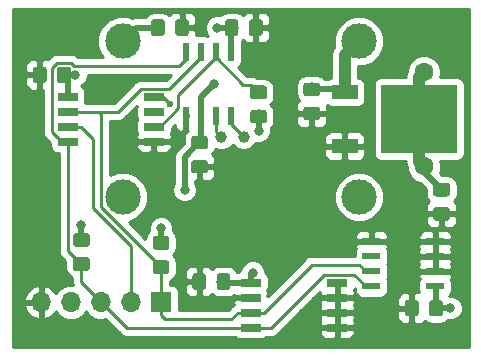
<source format=gbr>
G04 #@! TF.GenerationSoftware,KiCad,Pcbnew,(5.0.2)-1*
G04 #@! TF.CreationDate,2020-09-06T16:48:15+01:00*
G04 #@! TF.ProjectId,temperature-logger,74656d70-6572-4617-9475-72652d6c6f67,rev?*
G04 #@! TF.SameCoordinates,Original*
G04 #@! TF.FileFunction,Copper,L2,Bot*
G04 #@! TF.FilePolarity,Positive*
%FSLAX46Y46*%
G04 Gerber Fmt 4.6, Leading zero omitted, Abs format (unit mm)*
G04 Created by KiCad (PCBNEW (5.0.2)-1) date 06/09/2020 16:48:15*
%MOMM*%
%LPD*%
G01*
G04 APERTURE LIST*
G04 #@! TA.AperFunction,Conductor*
%ADD10C,0.100000*%
G04 #@! TD*
G04 #@! TA.AperFunction,SMDPad,CuDef*
%ADD11C,1.150000*%
G04 #@! TD*
G04 #@! TA.AperFunction,SMDPad,CuDef*
%ADD12R,1.550000X0.600000*%
G04 #@! TD*
G04 #@! TA.AperFunction,ComponentPad*
%ADD13C,3.000000*%
G04 #@! TD*
G04 #@! TA.AperFunction,ComponentPad*
%ADD14R,1.700000X1.700000*%
G04 #@! TD*
G04 #@! TA.AperFunction,ComponentPad*
%ADD15O,1.700000X1.700000*%
G04 #@! TD*
G04 #@! TA.AperFunction,SMDPad,CuDef*
%ADD16R,1.700000X0.650000*%
G04 #@! TD*
G04 #@! TA.AperFunction,SMDPad,CuDef*
%ADD17R,2.200000X1.200000*%
G04 #@! TD*
G04 #@! TA.AperFunction,SMDPad,CuDef*
%ADD18R,6.400000X5.800000*%
G04 #@! TD*
G04 #@! TA.AperFunction,SMDPad,CuDef*
%ADD19R,0.600000X1.550000*%
G04 #@! TD*
G04 #@! TA.AperFunction,ComponentPad*
%ADD20C,1.000000*%
G04 #@! TD*
G04 #@! TA.AperFunction,ViaPad*
%ADD21C,0.800000*%
G04 #@! TD*
G04 #@! TA.AperFunction,ViaPad*
%ADD22C,1.600000*%
G04 #@! TD*
G04 #@! TA.AperFunction,ViaPad*
%ADD23C,0.600000*%
G04 #@! TD*
G04 #@! TA.AperFunction,Conductor*
%ADD24C,0.500000*%
G04 #@! TD*
G04 #@! TA.AperFunction,Conductor*
%ADD25C,1.000000*%
G04 #@! TD*
G04 #@! TA.AperFunction,Conductor*
%ADD26C,0.250000*%
G04 #@! TD*
G04 #@! TA.AperFunction,Conductor*
%ADD27C,0.254000*%
G04 #@! TD*
G04 APERTURE END LIST*
D10*
G04 #@! TO.N,+5V*
G04 #@! TO.C,C7*
G36*
X116874505Y-105301204D02*
X116898773Y-105304804D01*
X116922572Y-105310765D01*
X116945671Y-105319030D01*
X116967850Y-105329520D01*
X116988893Y-105342132D01*
X117008599Y-105356747D01*
X117026777Y-105373223D01*
X117043253Y-105391401D01*
X117057868Y-105411107D01*
X117070480Y-105432150D01*
X117080970Y-105454329D01*
X117089235Y-105477428D01*
X117095196Y-105501227D01*
X117098796Y-105525495D01*
X117100000Y-105549999D01*
X117100000Y-106450001D01*
X117098796Y-106474505D01*
X117095196Y-106498773D01*
X117089235Y-106522572D01*
X117080970Y-106545671D01*
X117070480Y-106567850D01*
X117057868Y-106588893D01*
X117043253Y-106608599D01*
X117026777Y-106626777D01*
X117008599Y-106643253D01*
X116988893Y-106657868D01*
X116967850Y-106670480D01*
X116945671Y-106680970D01*
X116922572Y-106689235D01*
X116898773Y-106695196D01*
X116874505Y-106698796D01*
X116850001Y-106700000D01*
X116199999Y-106700000D01*
X116175495Y-106698796D01*
X116151227Y-106695196D01*
X116127428Y-106689235D01*
X116104329Y-106680970D01*
X116082150Y-106670480D01*
X116061107Y-106657868D01*
X116041401Y-106643253D01*
X116023223Y-106626777D01*
X116006747Y-106608599D01*
X115992132Y-106588893D01*
X115979520Y-106567850D01*
X115969030Y-106545671D01*
X115960765Y-106522572D01*
X115954804Y-106498773D01*
X115951204Y-106474505D01*
X115950000Y-106450001D01*
X115950000Y-105549999D01*
X115951204Y-105525495D01*
X115954804Y-105501227D01*
X115960765Y-105477428D01*
X115969030Y-105454329D01*
X115979520Y-105432150D01*
X115992132Y-105411107D01*
X116006747Y-105391401D01*
X116023223Y-105373223D01*
X116041401Y-105356747D01*
X116061107Y-105342132D01*
X116082150Y-105329520D01*
X116104329Y-105319030D01*
X116127428Y-105310765D01*
X116151227Y-105304804D01*
X116175495Y-105301204D01*
X116199999Y-105300000D01*
X116850001Y-105300000D01*
X116874505Y-105301204D01*
X116874505Y-105301204D01*
G37*
D11*
G04 #@! TD*
G04 #@! TO.P,C7,1*
G04 #@! TO.N,+5V*
X116525000Y-106000000D03*
D10*
G04 #@! TO.N,GND*
G04 #@! TO.C,C7*
G36*
X114824505Y-105301204D02*
X114848773Y-105304804D01*
X114872572Y-105310765D01*
X114895671Y-105319030D01*
X114917850Y-105329520D01*
X114938893Y-105342132D01*
X114958599Y-105356747D01*
X114976777Y-105373223D01*
X114993253Y-105391401D01*
X115007868Y-105411107D01*
X115020480Y-105432150D01*
X115030970Y-105454329D01*
X115039235Y-105477428D01*
X115045196Y-105501227D01*
X115048796Y-105525495D01*
X115050000Y-105549999D01*
X115050000Y-106450001D01*
X115048796Y-106474505D01*
X115045196Y-106498773D01*
X115039235Y-106522572D01*
X115030970Y-106545671D01*
X115020480Y-106567850D01*
X115007868Y-106588893D01*
X114993253Y-106608599D01*
X114976777Y-106626777D01*
X114958599Y-106643253D01*
X114938893Y-106657868D01*
X114917850Y-106670480D01*
X114895671Y-106680970D01*
X114872572Y-106689235D01*
X114848773Y-106695196D01*
X114824505Y-106698796D01*
X114800001Y-106700000D01*
X114149999Y-106700000D01*
X114125495Y-106698796D01*
X114101227Y-106695196D01*
X114077428Y-106689235D01*
X114054329Y-106680970D01*
X114032150Y-106670480D01*
X114011107Y-106657868D01*
X113991401Y-106643253D01*
X113973223Y-106626777D01*
X113956747Y-106608599D01*
X113942132Y-106588893D01*
X113929520Y-106567850D01*
X113919030Y-106545671D01*
X113910765Y-106522572D01*
X113904804Y-106498773D01*
X113901204Y-106474505D01*
X113900000Y-106450001D01*
X113900000Y-105549999D01*
X113901204Y-105525495D01*
X113904804Y-105501227D01*
X113910765Y-105477428D01*
X113919030Y-105454329D01*
X113929520Y-105432150D01*
X113942132Y-105411107D01*
X113956747Y-105391401D01*
X113973223Y-105373223D01*
X113991401Y-105356747D01*
X114011107Y-105342132D01*
X114032150Y-105329520D01*
X114054329Y-105319030D01*
X114077428Y-105310765D01*
X114101227Y-105304804D01*
X114125495Y-105301204D01*
X114149999Y-105300000D01*
X114800001Y-105300000D01*
X114824505Y-105301204D01*
X114824505Y-105301204D01*
G37*
D11*
G04 #@! TD*
G04 #@! TO.P,C7,2*
G04 #@! TO.N,GND*
X114475000Y-106000000D03*
D10*
G04 #@! TO.N,+5V*
G04 #@! TO.C,R3*
G36*
X101974505Y-89201204D02*
X101998773Y-89204804D01*
X102022572Y-89210765D01*
X102045671Y-89219030D01*
X102067850Y-89229520D01*
X102088893Y-89242132D01*
X102108599Y-89256747D01*
X102126777Y-89273223D01*
X102143253Y-89291401D01*
X102157868Y-89311107D01*
X102170480Y-89332150D01*
X102180970Y-89354329D01*
X102189235Y-89377428D01*
X102195196Y-89401227D01*
X102198796Y-89425495D01*
X102200000Y-89449999D01*
X102200000Y-90100001D01*
X102198796Y-90124505D01*
X102195196Y-90148773D01*
X102189235Y-90172572D01*
X102180970Y-90195671D01*
X102170480Y-90217850D01*
X102157868Y-90238893D01*
X102143253Y-90258599D01*
X102126777Y-90276777D01*
X102108599Y-90293253D01*
X102088893Y-90307868D01*
X102067850Y-90320480D01*
X102045671Y-90330970D01*
X102022572Y-90339235D01*
X101998773Y-90345196D01*
X101974505Y-90348796D01*
X101950001Y-90350000D01*
X101049999Y-90350000D01*
X101025495Y-90348796D01*
X101001227Y-90345196D01*
X100977428Y-90339235D01*
X100954329Y-90330970D01*
X100932150Y-90320480D01*
X100911107Y-90307868D01*
X100891401Y-90293253D01*
X100873223Y-90276777D01*
X100856747Y-90258599D01*
X100842132Y-90238893D01*
X100829520Y-90217850D01*
X100819030Y-90195671D01*
X100810765Y-90172572D01*
X100804804Y-90148773D01*
X100801204Y-90124505D01*
X100800000Y-90100001D01*
X100800000Y-89449999D01*
X100801204Y-89425495D01*
X100804804Y-89401227D01*
X100810765Y-89377428D01*
X100819030Y-89354329D01*
X100829520Y-89332150D01*
X100842132Y-89311107D01*
X100856747Y-89291401D01*
X100873223Y-89273223D01*
X100891401Y-89256747D01*
X100911107Y-89242132D01*
X100932150Y-89229520D01*
X100954329Y-89219030D01*
X100977428Y-89210765D01*
X101001227Y-89204804D01*
X101025495Y-89201204D01*
X101049999Y-89200000D01*
X101950001Y-89200000D01*
X101974505Y-89201204D01*
X101974505Y-89201204D01*
G37*
D11*
G04 #@! TD*
G04 #@! TO.P,R3,1*
G04 #@! TO.N,+5V*
X101500000Y-89775000D03*
D10*
G04 #@! TO.N,/SQW*
G04 #@! TO.C,R3*
G36*
X101974505Y-87151204D02*
X101998773Y-87154804D01*
X102022572Y-87160765D01*
X102045671Y-87169030D01*
X102067850Y-87179520D01*
X102088893Y-87192132D01*
X102108599Y-87206747D01*
X102126777Y-87223223D01*
X102143253Y-87241401D01*
X102157868Y-87261107D01*
X102170480Y-87282150D01*
X102180970Y-87304329D01*
X102189235Y-87327428D01*
X102195196Y-87351227D01*
X102198796Y-87375495D01*
X102200000Y-87399999D01*
X102200000Y-88050001D01*
X102198796Y-88074505D01*
X102195196Y-88098773D01*
X102189235Y-88122572D01*
X102180970Y-88145671D01*
X102170480Y-88167850D01*
X102157868Y-88188893D01*
X102143253Y-88208599D01*
X102126777Y-88226777D01*
X102108599Y-88243253D01*
X102088893Y-88257868D01*
X102067850Y-88270480D01*
X102045671Y-88280970D01*
X102022572Y-88289235D01*
X101998773Y-88295196D01*
X101974505Y-88298796D01*
X101950001Y-88300000D01*
X101049999Y-88300000D01*
X101025495Y-88298796D01*
X101001227Y-88295196D01*
X100977428Y-88289235D01*
X100954329Y-88280970D01*
X100932150Y-88270480D01*
X100911107Y-88257868D01*
X100891401Y-88243253D01*
X100873223Y-88226777D01*
X100856747Y-88208599D01*
X100842132Y-88188893D01*
X100829520Y-88167850D01*
X100819030Y-88145671D01*
X100810765Y-88122572D01*
X100804804Y-88098773D01*
X100801204Y-88074505D01*
X100800000Y-88050001D01*
X100800000Y-87399999D01*
X100801204Y-87375495D01*
X100804804Y-87351227D01*
X100810765Y-87327428D01*
X100819030Y-87304329D01*
X100829520Y-87282150D01*
X100842132Y-87261107D01*
X100856747Y-87241401D01*
X100873223Y-87223223D01*
X100891401Y-87206747D01*
X100911107Y-87192132D01*
X100932150Y-87179520D01*
X100954329Y-87169030D01*
X100977428Y-87160765D01*
X101001227Y-87154804D01*
X101025495Y-87151204D01*
X101049999Y-87150000D01*
X101950001Y-87150000D01*
X101974505Y-87151204D01*
X101974505Y-87151204D01*
G37*
D11*
G04 #@! TD*
G04 #@! TO.P,R3,2*
G04 #@! TO.N,/SQW*
X101500000Y-87725000D03*
D10*
G04 #@! TO.N,+BATT*
G04 #@! TO.C,C8*
G36*
X96974505Y-91401204D02*
X96998773Y-91404804D01*
X97022572Y-91410765D01*
X97045671Y-91419030D01*
X97067850Y-91429520D01*
X97088893Y-91442132D01*
X97108599Y-91456747D01*
X97126777Y-91473223D01*
X97143253Y-91491401D01*
X97157868Y-91511107D01*
X97170480Y-91532150D01*
X97180970Y-91554329D01*
X97189235Y-91577428D01*
X97195196Y-91601227D01*
X97198796Y-91625495D01*
X97200000Y-91649999D01*
X97200000Y-92300001D01*
X97198796Y-92324505D01*
X97195196Y-92348773D01*
X97189235Y-92372572D01*
X97180970Y-92395671D01*
X97170480Y-92417850D01*
X97157868Y-92438893D01*
X97143253Y-92458599D01*
X97126777Y-92476777D01*
X97108599Y-92493253D01*
X97088893Y-92507868D01*
X97067850Y-92520480D01*
X97045671Y-92530970D01*
X97022572Y-92539235D01*
X96998773Y-92545196D01*
X96974505Y-92548796D01*
X96950001Y-92550000D01*
X96049999Y-92550000D01*
X96025495Y-92548796D01*
X96001227Y-92545196D01*
X95977428Y-92539235D01*
X95954329Y-92530970D01*
X95932150Y-92520480D01*
X95911107Y-92507868D01*
X95891401Y-92493253D01*
X95873223Y-92476777D01*
X95856747Y-92458599D01*
X95842132Y-92438893D01*
X95829520Y-92417850D01*
X95819030Y-92395671D01*
X95810765Y-92372572D01*
X95804804Y-92348773D01*
X95801204Y-92324505D01*
X95800000Y-92300001D01*
X95800000Y-91649999D01*
X95801204Y-91625495D01*
X95804804Y-91601227D01*
X95810765Y-91577428D01*
X95819030Y-91554329D01*
X95829520Y-91532150D01*
X95842132Y-91511107D01*
X95856747Y-91491401D01*
X95873223Y-91473223D01*
X95891401Y-91456747D01*
X95911107Y-91442132D01*
X95932150Y-91429520D01*
X95954329Y-91419030D01*
X95977428Y-91410765D01*
X96001227Y-91404804D01*
X96025495Y-91401204D01*
X96049999Y-91400000D01*
X96950001Y-91400000D01*
X96974505Y-91401204D01*
X96974505Y-91401204D01*
G37*
D11*
G04 #@! TD*
G04 #@! TO.P,C8,1*
G04 #@! TO.N,+BATT*
X96500000Y-91975000D03*
D10*
G04 #@! TO.N,GND*
G04 #@! TO.C,C8*
G36*
X96974505Y-93451204D02*
X96998773Y-93454804D01*
X97022572Y-93460765D01*
X97045671Y-93469030D01*
X97067850Y-93479520D01*
X97088893Y-93492132D01*
X97108599Y-93506747D01*
X97126777Y-93523223D01*
X97143253Y-93541401D01*
X97157868Y-93561107D01*
X97170480Y-93582150D01*
X97180970Y-93604329D01*
X97189235Y-93627428D01*
X97195196Y-93651227D01*
X97198796Y-93675495D01*
X97200000Y-93699999D01*
X97200000Y-94350001D01*
X97198796Y-94374505D01*
X97195196Y-94398773D01*
X97189235Y-94422572D01*
X97180970Y-94445671D01*
X97170480Y-94467850D01*
X97157868Y-94488893D01*
X97143253Y-94508599D01*
X97126777Y-94526777D01*
X97108599Y-94543253D01*
X97088893Y-94557868D01*
X97067850Y-94570480D01*
X97045671Y-94580970D01*
X97022572Y-94589235D01*
X96998773Y-94595196D01*
X96974505Y-94598796D01*
X96950001Y-94600000D01*
X96049999Y-94600000D01*
X96025495Y-94598796D01*
X96001227Y-94595196D01*
X95977428Y-94589235D01*
X95954329Y-94580970D01*
X95932150Y-94570480D01*
X95911107Y-94557868D01*
X95891401Y-94543253D01*
X95873223Y-94526777D01*
X95856747Y-94508599D01*
X95842132Y-94488893D01*
X95829520Y-94467850D01*
X95819030Y-94445671D01*
X95810765Y-94422572D01*
X95804804Y-94398773D01*
X95801204Y-94374505D01*
X95800000Y-94350001D01*
X95800000Y-93699999D01*
X95801204Y-93675495D01*
X95804804Y-93651227D01*
X95810765Y-93627428D01*
X95819030Y-93604329D01*
X95829520Y-93582150D01*
X95842132Y-93561107D01*
X95856747Y-93541401D01*
X95873223Y-93523223D01*
X95891401Y-93506747D01*
X95911107Y-93492132D01*
X95932150Y-93479520D01*
X95954329Y-93469030D01*
X95977428Y-93460765D01*
X96001227Y-93454804D01*
X96025495Y-93451204D01*
X96049999Y-93450000D01*
X96950001Y-93450000D01*
X96974505Y-93451204D01*
X96974505Y-93451204D01*
G37*
D11*
G04 #@! TD*
G04 #@! TO.P,C8,2*
G04 #@! TO.N,GND*
X96500000Y-94025000D03*
D12*
G04 #@! TO.P,U3,8*
G04 #@! TO.N,+5V*
X116450000Y-104155000D03*
G04 #@! TO.P,U3,7*
G04 #@! TO.N,GND*
X116450000Y-102885000D03*
G04 #@! TO.P,U3,6*
X116450000Y-101615000D03*
G04 #@! TO.P,U3,5*
X116450000Y-100345000D03*
G04 #@! TO.P,U3,4*
X111050000Y-100345000D03*
G04 #@! TO.P,U3,3*
G04 #@! TO.N,Net-(U3-Pad3)*
X111050000Y-101615000D03*
G04 #@! TO.P,U3,2*
G04 #@! TO.N,/SCL*
X111050000Y-102885000D03*
G04 #@! TO.P,U3,1*
G04 #@! TO.N,/SDA*
X111050000Y-104155000D03*
G04 #@! TD*
D13*
G04 #@! TO.P,BT1,1*
G04 #@! TO.N,+6V*
X110000000Y-83400000D03*
X110000000Y-96600000D03*
G04 #@! TD*
G04 #@! TO.P,BT2,1*
G04 #@! TO.N,+BATT*
X90000000Y-83400000D03*
X90000000Y-96600000D03*
G04 #@! TD*
D10*
G04 #@! TO.N,GND*
G04 #@! TO.C,C1*
G36*
X95374505Y-81551204D02*
X95398773Y-81554804D01*
X95422572Y-81560765D01*
X95445671Y-81569030D01*
X95467850Y-81579520D01*
X95488893Y-81592132D01*
X95508599Y-81606747D01*
X95526777Y-81623223D01*
X95543253Y-81641401D01*
X95557868Y-81661107D01*
X95570480Y-81682150D01*
X95580970Y-81704329D01*
X95589235Y-81727428D01*
X95595196Y-81751227D01*
X95598796Y-81775495D01*
X95600000Y-81799999D01*
X95600000Y-82700001D01*
X95598796Y-82724505D01*
X95595196Y-82748773D01*
X95589235Y-82772572D01*
X95580970Y-82795671D01*
X95570480Y-82817850D01*
X95557868Y-82838893D01*
X95543253Y-82858599D01*
X95526777Y-82876777D01*
X95508599Y-82893253D01*
X95488893Y-82907868D01*
X95467850Y-82920480D01*
X95445671Y-82930970D01*
X95422572Y-82939235D01*
X95398773Y-82945196D01*
X95374505Y-82948796D01*
X95350001Y-82950000D01*
X94699999Y-82950000D01*
X94675495Y-82948796D01*
X94651227Y-82945196D01*
X94627428Y-82939235D01*
X94604329Y-82930970D01*
X94582150Y-82920480D01*
X94561107Y-82907868D01*
X94541401Y-82893253D01*
X94523223Y-82876777D01*
X94506747Y-82858599D01*
X94492132Y-82838893D01*
X94479520Y-82817850D01*
X94469030Y-82795671D01*
X94460765Y-82772572D01*
X94454804Y-82748773D01*
X94451204Y-82724505D01*
X94450000Y-82700001D01*
X94450000Y-81799999D01*
X94451204Y-81775495D01*
X94454804Y-81751227D01*
X94460765Y-81727428D01*
X94469030Y-81704329D01*
X94479520Y-81682150D01*
X94492132Y-81661107D01*
X94506747Y-81641401D01*
X94523223Y-81623223D01*
X94541401Y-81606747D01*
X94561107Y-81592132D01*
X94582150Y-81579520D01*
X94604329Y-81569030D01*
X94627428Y-81560765D01*
X94651227Y-81554804D01*
X94675495Y-81551204D01*
X94699999Y-81550000D01*
X95350001Y-81550000D01*
X95374505Y-81551204D01*
X95374505Y-81551204D01*
G37*
D11*
G04 #@! TD*
G04 #@! TO.P,C1,2*
G04 #@! TO.N,GND*
X95025000Y-82250000D03*
D10*
G04 #@! TO.N,+BATT*
G04 #@! TO.C,C1*
G36*
X93324505Y-81551204D02*
X93348773Y-81554804D01*
X93372572Y-81560765D01*
X93395671Y-81569030D01*
X93417850Y-81579520D01*
X93438893Y-81592132D01*
X93458599Y-81606747D01*
X93476777Y-81623223D01*
X93493253Y-81641401D01*
X93507868Y-81661107D01*
X93520480Y-81682150D01*
X93530970Y-81704329D01*
X93539235Y-81727428D01*
X93545196Y-81751227D01*
X93548796Y-81775495D01*
X93550000Y-81799999D01*
X93550000Y-82700001D01*
X93548796Y-82724505D01*
X93545196Y-82748773D01*
X93539235Y-82772572D01*
X93530970Y-82795671D01*
X93520480Y-82817850D01*
X93507868Y-82838893D01*
X93493253Y-82858599D01*
X93476777Y-82876777D01*
X93458599Y-82893253D01*
X93438893Y-82907868D01*
X93417850Y-82920480D01*
X93395671Y-82930970D01*
X93372572Y-82939235D01*
X93348773Y-82945196D01*
X93324505Y-82948796D01*
X93300001Y-82950000D01*
X92649999Y-82950000D01*
X92625495Y-82948796D01*
X92601227Y-82945196D01*
X92577428Y-82939235D01*
X92554329Y-82930970D01*
X92532150Y-82920480D01*
X92511107Y-82907868D01*
X92491401Y-82893253D01*
X92473223Y-82876777D01*
X92456747Y-82858599D01*
X92442132Y-82838893D01*
X92429520Y-82817850D01*
X92419030Y-82795671D01*
X92410765Y-82772572D01*
X92404804Y-82748773D01*
X92401204Y-82724505D01*
X92400000Y-82700001D01*
X92400000Y-81799999D01*
X92401204Y-81775495D01*
X92404804Y-81751227D01*
X92410765Y-81727428D01*
X92419030Y-81704329D01*
X92429520Y-81682150D01*
X92442132Y-81661107D01*
X92456747Y-81641401D01*
X92473223Y-81623223D01*
X92491401Y-81606747D01*
X92511107Y-81592132D01*
X92532150Y-81579520D01*
X92554329Y-81569030D01*
X92577428Y-81560765D01*
X92601227Y-81554804D01*
X92625495Y-81551204D01*
X92649999Y-81550000D01*
X93300001Y-81550000D01*
X93324505Y-81551204D01*
X93324505Y-81551204D01*
G37*
D11*
G04 #@! TD*
G04 #@! TO.P,C1,1*
G04 #@! TO.N,+BATT*
X92975000Y-82250000D03*
D10*
G04 #@! TO.N,+5V*
G04 #@! TO.C,C2*
G36*
X85374505Y-85551204D02*
X85398773Y-85554804D01*
X85422572Y-85560765D01*
X85445671Y-85569030D01*
X85467850Y-85579520D01*
X85488893Y-85592132D01*
X85508599Y-85606747D01*
X85526777Y-85623223D01*
X85543253Y-85641401D01*
X85557868Y-85661107D01*
X85570480Y-85682150D01*
X85580970Y-85704329D01*
X85589235Y-85727428D01*
X85595196Y-85751227D01*
X85598796Y-85775495D01*
X85600000Y-85799999D01*
X85600000Y-86700001D01*
X85598796Y-86724505D01*
X85595196Y-86748773D01*
X85589235Y-86772572D01*
X85580970Y-86795671D01*
X85570480Y-86817850D01*
X85557868Y-86838893D01*
X85543253Y-86858599D01*
X85526777Y-86876777D01*
X85508599Y-86893253D01*
X85488893Y-86907868D01*
X85467850Y-86920480D01*
X85445671Y-86930970D01*
X85422572Y-86939235D01*
X85398773Y-86945196D01*
X85374505Y-86948796D01*
X85350001Y-86950000D01*
X84699999Y-86950000D01*
X84675495Y-86948796D01*
X84651227Y-86945196D01*
X84627428Y-86939235D01*
X84604329Y-86930970D01*
X84582150Y-86920480D01*
X84561107Y-86907868D01*
X84541401Y-86893253D01*
X84523223Y-86876777D01*
X84506747Y-86858599D01*
X84492132Y-86838893D01*
X84479520Y-86817850D01*
X84469030Y-86795671D01*
X84460765Y-86772572D01*
X84454804Y-86748773D01*
X84451204Y-86724505D01*
X84450000Y-86700001D01*
X84450000Y-85799999D01*
X84451204Y-85775495D01*
X84454804Y-85751227D01*
X84460765Y-85727428D01*
X84469030Y-85704329D01*
X84479520Y-85682150D01*
X84492132Y-85661107D01*
X84506747Y-85641401D01*
X84523223Y-85623223D01*
X84541401Y-85606747D01*
X84561107Y-85592132D01*
X84582150Y-85579520D01*
X84604329Y-85569030D01*
X84627428Y-85560765D01*
X84651227Y-85554804D01*
X84675495Y-85551204D01*
X84699999Y-85550000D01*
X85350001Y-85550000D01*
X85374505Y-85551204D01*
X85374505Y-85551204D01*
G37*
D11*
G04 #@! TD*
G04 #@! TO.P,C2,1*
G04 #@! TO.N,+5V*
X85025000Y-86250000D03*
D10*
G04 #@! TO.N,GND*
G04 #@! TO.C,C2*
G36*
X83324505Y-85551204D02*
X83348773Y-85554804D01*
X83372572Y-85560765D01*
X83395671Y-85569030D01*
X83417850Y-85579520D01*
X83438893Y-85592132D01*
X83458599Y-85606747D01*
X83476777Y-85623223D01*
X83493253Y-85641401D01*
X83507868Y-85661107D01*
X83520480Y-85682150D01*
X83530970Y-85704329D01*
X83539235Y-85727428D01*
X83545196Y-85751227D01*
X83548796Y-85775495D01*
X83550000Y-85799999D01*
X83550000Y-86700001D01*
X83548796Y-86724505D01*
X83545196Y-86748773D01*
X83539235Y-86772572D01*
X83530970Y-86795671D01*
X83520480Y-86817850D01*
X83507868Y-86838893D01*
X83493253Y-86858599D01*
X83476777Y-86876777D01*
X83458599Y-86893253D01*
X83438893Y-86907868D01*
X83417850Y-86920480D01*
X83395671Y-86930970D01*
X83372572Y-86939235D01*
X83348773Y-86945196D01*
X83324505Y-86948796D01*
X83300001Y-86950000D01*
X82649999Y-86950000D01*
X82625495Y-86948796D01*
X82601227Y-86945196D01*
X82577428Y-86939235D01*
X82554329Y-86930970D01*
X82532150Y-86920480D01*
X82511107Y-86907868D01*
X82491401Y-86893253D01*
X82473223Y-86876777D01*
X82456747Y-86858599D01*
X82442132Y-86838893D01*
X82429520Y-86817850D01*
X82419030Y-86795671D01*
X82410765Y-86772572D01*
X82404804Y-86748773D01*
X82401204Y-86724505D01*
X82400000Y-86700001D01*
X82400000Y-85799999D01*
X82401204Y-85775495D01*
X82404804Y-85751227D01*
X82410765Y-85727428D01*
X82419030Y-85704329D01*
X82429520Y-85682150D01*
X82442132Y-85661107D01*
X82456747Y-85641401D01*
X82473223Y-85623223D01*
X82491401Y-85606747D01*
X82511107Y-85592132D01*
X82532150Y-85579520D01*
X82554329Y-85569030D01*
X82577428Y-85560765D01*
X82601227Y-85554804D01*
X82625495Y-85551204D01*
X82649999Y-85550000D01*
X83300001Y-85550000D01*
X83324505Y-85551204D01*
X83324505Y-85551204D01*
G37*
D11*
G04 #@! TD*
G04 #@! TO.P,C2,2*
G04 #@! TO.N,GND*
X82975000Y-86250000D03*
D10*
G04 #@! TO.N,GND*
G04 #@! TO.C,C3*
G36*
X106474505Y-88951204D02*
X106498773Y-88954804D01*
X106522572Y-88960765D01*
X106545671Y-88969030D01*
X106567850Y-88979520D01*
X106588893Y-88992132D01*
X106608599Y-89006747D01*
X106626777Y-89023223D01*
X106643253Y-89041401D01*
X106657868Y-89061107D01*
X106670480Y-89082150D01*
X106680970Y-89104329D01*
X106689235Y-89127428D01*
X106695196Y-89151227D01*
X106698796Y-89175495D01*
X106700000Y-89199999D01*
X106700000Y-89850001D01*
X106698796Y-89874505D01*
X106695196Y-89898773D01*
X106689235Y-89922572D01*
X106680970Y-89945671D01*
X106670480Y-89967850D01*
X106657868Y-89988893D01*
X106643253Y-90008599D01*
X106626777Y-90026777D01*
X106608599Y-90043253D01*
X106588893Y-90057868D01*
X106567850Y-90070480D01*
X106545671Y-90080970D01*
X106522572Y-90089235D01*
X106498773Y-90095196D01*
X106474505Y-90098796D01*
X106450001Y-90100000D01*
X105549999Y-90100000D01*
X105525495Y-90098796D01*
X105501227Y-90095196D01*
X105477428Y-90089235D01*
X105454329Y-90080970D01*
X105432150Y-90070480D01*
X105411107Y-90057868D01*
X105391401Y-90043253D01*
X105373223Y-90026777D01*
X105356747Y-90008599D01*
X105342132Y-89988893D01*
X105329520Y-89967850D01*
X105319030Y-89945671D01*
X105310765Y-89922572D01*
X105304804Y-89898773D01*
X105301204Y-89874505D01*
X105300000Y-89850001D01*
X105300000Y-89199999D01*
X105301204Y-89175495D01*
X105304804Y-89151227D01*
X105310765Y-89127428D01*
X105319030Y-89104329D01*
X105329520Y-89082150D01*
X105342132Y-89061107D01*
X105356747Y-89041401D01*
X105373223Y-89023223D01*
X105391401Y-89006747D01*
X105411107Y-88992132D01*
X105432150Y-88979520D01*
X105454329Y-88969030D01*
X105477428Y-88960765D01*
X105501227Y-88954804D01*
X105525495Y-88951204D01*
X105549999Y-88950000D01*
X106450001Y-88950000D01*
X106474505Y-88951204D01*
X106474505Y-88951204D01*
G37*
D11*
G04 #@! TD*
G04 #@! TO.P,C3,2*
G04 #@! TO.N,GND*
X106000000Y-89525000D03*
D10*
G04 #@! TO.N,+6V*
G04 #@! TO.C,C3*
G36*
X106474505Y-86901204D02*
X106498773Y-86904804D01*
X106522572Y-86910765D01*
X106545671Y-86919030D01*
X106567850Y-86929520D01*
X106588893Y-86942132D01*
X106608599Y-86956747D01*
X106626777Y-86973223D01*
X106643253Y-86991401D01*
X106657868Y-87011107D01*
X106670480Y-87032150D01*
X106680970Y-87054329D01*
X106689235Y-87077428D01*
X106695196Y-87101227D01*
X106698796Y-87125495D01*
X106700000Y-87149999D01*
X106700000Y-87800001D01*
X106698796Y-87824505D01*
X106695196Y-87848773D01*
X106689235Y-87872572D01*
X106680970Y-87895671D01*
X106670480Y-87917850D01*
X106657868Y-87938893D01*
X106643253Y-87958599D01*
X106626777Y-87976777D01*
X106608599Y-87993253D01*
X106588893Y-88007868D01*
X106567850Y-88020480D01*
X106545671Y-88030970D01*
X106522572Y-88039235D01*
X106498773Y-88045196D01*
X106474505Y-88048796D01*
X106450001Y-88050000D01*
X105549999Y-88050000D01*
X105525495Y-88048796D01*
X105501227Y-88045196D01*
X105477428Y-88039235D01*
X105454329Y-88030970D01*
X105432150Y-88020480D01*
X105411107Y-88007868D01*
X105391401Y-87993253D01*
X105373223Y-87976777D01*
X105356747Y-87958599D01*
X105342132Y-87938893D01*
X105329520Y-87917850D01*
X105319030Y-87895671D01*
X105310765Y-87872572D01*
X105304804Y-87848773D01*
X105301204Y-87824505D01*
X105300000Y-87800001D01*
X105300000Y-87149999D01*
X105301204Y-87125495D01*
X105304804Y-87101227D01*
X105310765Y-87077428D01*
X105319030Y-87054329D01*
X105329520Y-87032150D01*
X105342132Y-87011107D01*
X105356747Y-86991401D01*
X105373223Y-86973223D01*
X105391401Y-86956747D01*
X105411107Y-86942132D01*
X105432150Y-86929520D01*
X105454329Y-86919030D01*
X105477428Y-86910765D01*
X105501227Y-86904804D01*
X105525495Y-86901204D01*
X105549999Y-86900000D01*
X106450001Y-86900000D01*
X106474505Y-86901204D01*
X106474505Y-86901204D01*
G37*
D11*
G04 #@! TD*
G04 #@! TO.P,C3,1*
G04 #@! TO.N,+6V*
X106000000Y-87475000D03*
D10*
G04 #@! TO.N,GND*
G04 #@! TO.C,C4*
G36*
X117474505Y-97451204D02*
X117498773Y-97454804D01*
X117522572Y-97460765D01*
X117545671Y-97469030D01*
X117567850Y-97479520D01*
X117588893Y-97492132D01*
X117608599Y-97506747D01*
X117626777Y-97523223D01*
X117643253Y-97541401D01*
X117657868Y-97561107D01*
X117670480Y-97582150D01*
X117680970Y-97604329D01*
X117689235Y-97627428D01*
X117695196Y-97651227D01*
X117698796Y-97675495D01*
X117700000Y-97699999D01*
X117700000Y-98350001D01*
X117698796Y-98374505D01*
X117695196Y-98398773D01*
X117689235Y-98422572D01*
X117680970Y-98445671D01*
X117670480Y-98467850D01*
X117657868Y-98488893D01*
X117643253Y-98508599D01*
X117626777Y-98526777D01*
X117608599Y-98543253D01*
X117588893Y-98557868D01*
X117567850Y-98570480D01*
X117545671Y-98580970D01*
X117522572Y-98589235D01*
X117498773Y-98595196D01*
X117474505Y-98598796D01*
X117450001Y-98600000D01*
X116549999Y-98600000D01*
X116525495Y-98598796D01*
X116501227Y-98595196D01*
X116477428Y-98589235D01*
X116454329Y-98580970D01*
X116432150Y-98570480D01*
X116411107Y-98557868D01*
X116391401Y-98543253D01*
X116373223Y-98526777D01*
X116356747Y-98508599D01*
X116342132Y-98488893D01*
X116329520Y-98467850D01*
X116319030Y-98445671D01*
X116310765Y-98422572D01*
X116304804Y-98398773D01*
X116301204Y-98374505D01*
X116300000Y-98350001D01*
X116300000Y-97699999D01*
X116301204Y-97675495D01*
X116304804Y-97651227D01*
X116310765Y-97627428D01*
X116319030Y-97604329D01*
X116329520Y-97582150D01*
X116342132Y-97561107D01*
X116356747Y-97541401D01*
X116373223Y-97523223D01*
X116391401Y-97506747D01*
X116411107Y-97492132D01*
X116432150Y-97479520D01*
X116454329Y-97469030D01*
X116477428Y-97460765D01*
X116501227Y-97454804D01*
X116525495Y-97451204D01*
X116549999Y-97450000D01*
X117450001Y-97450000D01*
X117474505Y-97451204D01*
X117474505Y-97451204D01*
G37*
D11*
G04 #@! TD*
G04 #@! TO.P,C4,2*
G04 #@! TO.N,GND*
X117000000Y-98025000D03*
D10*
G04 #@! TO.N,+5V*
G04 #@! TO.C,C4*
G36*
X117474505Y-95401204D02*
X117498773Y-95404804D01*
X117522572Y-95410765D01*
X117545671Y-95419030D01*
X117567850Y-95429520D01*
X117588893Y-95442132D01*
X117608599Y-95456747D01*
X117626777Y-95473223D01*
X117643253Y-95491401D01*
X117657868Y-95511107D01*
X117670480Y-95532150D01*
X117680970Y-95554329D01*
X117689235Y-95577428D01*
X117695196Y-95601227D01*
X117698796Y-95625495D01*
X117700000Y-95649999D01*
X117700000Y-96300001D01*
X117698796Y-96324505D01*
X117695196Y-96348773D01*
X117689235Y-96372572D01*
X117680970Y-96395671D01*
X117670480Y-96417850D01*
X117657868Y-96438893D01*
X117643253Y-96458599D01*
X117626777Y-96476777D01*
X117608599Y-96493253D01*
X117588893Y-96507868D01*
X117567850Y-96520480D01*
X117545671Y-96530970D01*
X117522572Y-96539235D01*
X117498773Y-96545196D01*
X117474505Y-96548796D01*
X117450001Y-96550000D01*
X116549999Y-96550000D01*
X116525495Y-96548796D01*
X116501227Y-96545196D01*
X116477428Y-96539235D01*
X116454329Y-96530970D01*
X116432150Y-96520480D01*
X116411107Y-96507868D01*
X116391401Y-96493253D01*
X116373223Y-96476777D01*
X116356747Y-96458599D01*
X116342132Y-96438893D01*
X116329520Y-96417850D01*
X116319030Y-96395671D01*
X116310765Y-96372572D01*
X116304804Y-96348773D01*
X116301204Y-96324505D01*
X116300000Y-96300001D01*
X116300000Y-95649999D01*
X116301204Y-95625495D01*
X116304804Y-95601227D01*
X116310765Y-95577428D01*
X116319030Y-95554329D01*
X116329520Y-95532150D01*
X116342132Y-95511107D01*
X116356747Y-95491401D01*
X116373223Y-95473223D01*
X116391401Y-95456747D01*
X116411107Y-95442132D01*
X116432150Y-95429520D01*
X116454329Y-95419030D01*
X116477428Y-95410765D01*
X116501227Y-95404804D01*
X116525495Y-95401204D01*
X116549999Y-95400000D01*
X117450001Y-95400000D01*
X117474505Y-95401204D01*
X117474505Y-95401204D01*
G37*
D11*
G04 #@! TD*
G04 #@! TO.P,C4,1*
G04 #@! TO.N,+5V*
X117000000Y-95975000D03*
D10*
G04 #@! TO.N,+5V*
G04 #@! TO.C,C5*
G36*
X99574505Y-81551204D02*
X99598773Y-81554804D01*
X99622572Y-81560765D01*
X99645671Y-81569030D01*
X99667850Y-81579520D01*
X99688893Y-81592132D01*
X99708599Y-81606747D01*
X99726777Y-81623223D01*
X99743253Y-81641401D01*
X99757868Y-81661107D01*
X99770480Y-81682150D01*
X99780970Y-81704329D01*
X99789235Y-81727428D01*
X99795196Y-81751227D01*
X99798796Y-81775495D01*
X99800000Y-81799999D01*
X99800000Y-82700001D01*
X99798796Y-82724505D01*
X99795196Y-82748773D01*
X99789235Y-82772572D01*
X99780970Y-82795671D01*
X99770480Y-82817850D01*
X99757868Y-82838893D01*
X99743253Y-82858599D01*
X99726777Y-82876777D01*
X99708599Y-82893253D01*
X99688893Y-82907868D01*
X99667850Y-82920480D01*
X99645671Y-82930970D01*
X99622572Y-82939235D01*
X99598773Y-82945196D01*
X99574505Y-82948796D01*
X99550001Y-82950000D01*
X98899999Y-82950000D01*
X98875495Y-82948796D01*
X98851227Y-82945196D01*
X98827428Y-82939235D01*
X98804329Y-82930970D01*
X98782150Y-82920480D01*
X98761107Y-82907868D01*
X98741401Y-82893253D01*
X98723223Y-82876777D01*
X98706747Y-82858599D01*
X98692132Y-82838893D01*
X98679520Y-82817850D01*
X98669030Y-82795671D01*
X98660765Y-82772572D01*
X98654804Y-82748773D01*
X98651204Y-82724505D01*
X98650000Y-82700001D01*
X98650000Y-81799999D01*
X98651204Y-81775495D01*
X98654804Y-81751227D01*
X98660765Y-81727428D01*
X98669030Y-81704329D01*
X98679520Y-81682150D01*
X98692132Y-81661107D01*
X98706747Y-81641401D01*
X98723223Y-81623223D01*
X98741401Y-81606747D01*
X98761107Y-81592132D01*
X98782150Y-81579520D01*
X98804329Y-81569030D01*
X98827428Y-81560765D01*
X98851227Y-81554804D01*
X98875495Y-81551204D01*
X98899999Y-81550000D01*
X99550001Y-81550000D01*
X99574505Y-81551204D01*
X99574505Y-81551204D01*
G37*
D11*
G04 #@! TD*
G04 #@! TO.P,C5,1*
G04 #@! TO.N,+5V*
X99225000Y-82250000D03*
D10*
G04 #@! TO.N,GND*
G04 #@! TO.C,C5*
G36*
X101624505Y-81551204D02*
X101648773Y-81554804D01*
X101672572Y-81560765D01*
X101695671Y-81569030D01*
X101717850Y-81579520D01*
X101738893Y-81592132D01*
X101758599Y-81606747D01*
X101776777Y-81623223D01*
X101793253Y-81641401D01*
X101807868Y-81661107D01*
X101820480Y-81682150D01*
X101830970Y-81704329D01*
X101839235Y-81727428D01*
X101845196Y-81751227D01*
X101848796Y-81775495D01*
X101850000Y-81799999D01*
X101850000Y-82700001D01*
X101848796Y-82724505D01*
X101845196Y-82748773D01*
X101839235Y-82772572D01*
X101830970Y-82795671D01*
X101820480Y-82817850D01*
X101807868Y-82838893D01*
X101793253Y-82858599D01*
X101776777Y-82876777D01*
X101758599Y-82893253D01*
X101738893Y-82907868D01*
X101717850Y-82920480D01*
X101695671Y-82930970D01*
X101672572Y-82939235D01*
X101648773Y-82945196D01*
X101624505Y-82948796D01*
X101600001Y-82950000D01*
X100949999Y-82950000D01*
X100925495Y-82948796D01*
X100901227Y-82945196D01*
X100877428Y-82939235D01*
X100854329Y-82930970D01*
X100832150Y-82920480D01*
X100811107Y-82907868D01*
X100791401Y-82893253D01*
X100773223Y-82876777D01*
X100756747Y-82858599D01*
X100742132Y-82838893D01*
X100729520Y-82817850D01*
X100719030Y-82795671D01*
X100710765Y-82772572D01*
X100704804Y-82748773D01*
X100701204Y-82724505D01*
X100700000Y-82700001D01*
X100700000Y-81799999D01*
X100701204Y-81775495D01*
X100704804Y-81751227D01*
X100710765Y-81727428D01*
X100719030Y-81704329D01*
X100729520Y-81682150D01*
X100742132Y-81661107D01*
X100756747Y-81641401D01*
X100773223Y-81623223D01*
X100791401Y-81606747D01*
X100811107Y-81592132D01*
X100832150Y-81579520D01*
X100854329Y-81569030D01*
X100877428Y-81560765D01*
X100901227Y-81554804D01*
X100925495Y-81551204D01*
X100949999Y-81550000D01*
X101600001Y-81550000D01*
X101624505Y-81551204D01*
X101624505Y-81551204D01*
G37*
D11*
G04 #@! TD*
G04 #@! TO.P,C5,2*
G04 #@! TO.N,GND*
X101275000Y-82250000D03*
D10*
G04 #@! TO.N,GND*
G04 #@! TO.C,C6*
G36*
X96824505Y-103051204D02*
X96848773Y-103054804D01*
X96872572Y-103060765D01*
X96895671Y-103069030D01*
X96917850Y-103079520D01*
X96938893Y-103092132D01*
X96958599Y-103106747D01*
X96976777Y-103123223D01*
X96993253Y-103141401D01*
X97007868Y-103161107D01*
X97020480Y-103182150D01*
X97030970Y-103204329D01*
X97039235Y-103227428D01*
X97045196Y-103251227D01*
X97048796Y-103275495D01*
X97050000Y-103299999D01*
X97050000Y-104200001D01*
X97048796Y-104224505D01*
X97045196Y-104248773D01*
X97039235Y-104272572D01*
X97030970Y-104295671D01*
X97020480Y-104317850D01*
X97007868Y-104338893D01*
X96993253Y-104358599D01*
X96976777Y-104376777D01*
X96958599Y-104393253D01*
X96938893Y-104407868D01*
X96917850Y-104420480D01*
X96895671Y-104430970D01*
X96872572Y-104439235D01*
X96848773Y-104445196D01*
X96824505Y-104448796D01*
X96800001Y-104450000D01*
X96149999Y-104450000D01*
X96125495Y-104448796D01*
X96101227Y-104445196D01*
X96077428Y-104439235D01*
X96054329Y-104430970D01*
X96032150Y-104420480D01*
X96011107Y-104407868D01*
X95991401Y-104393253D01*
X95973223Y-104376777D01*
X95956747Y-104358599D01*
X95942132Y-104338893D01*
X95929520Y-104317850D01*
X95919030Y-104295671D01*
X95910765Y-104272572D01*
X95904804Y-104248773D01*
X95901204Y-104224505D01*
X95900000Y-104200001D01*
X95900000Y-103299999D01*
X95901204Y-103275495D01*
X95904804Y-103251227D01*
X95910765Y-103227428D01*
X95919030Y-103204329D01*
X95929520Y-103182150D01*
X95942132Y-103161107D01*
X95956747Y-103141401D01*
X95973223Y-103123223D01*
X95991401Y-103106747D01*
X96011107Y-103092132D01*
X96032150Y-103079520D01*
X96054329Y-103069030D01*
X96077428Y-103060765D01*
X96101227Y-103054804D01*
X96125495Y-103051204D01*
X96149999Y-103050000D01*
X96800001Y-103050000D01*
X96824505Y-103051204D01*
X96824505Y-103051204D01*
G37*
D11*
G04 #@! TD*
G04 #@! TO.P,C6,2*
G04 #@! TO.N,GND*
X96475000Y-103750000D03*
D10*
G04 #@! TO.N,+5V*
G04 #@! TO.C,C6*
G36*
X98874505Y-103051204D02*
X98898773Y-103054804D01*
X98922572Y-103060765D01*
X98945671Y-103069030D01*
X98967850Y-103079520D01*
X98988893Y-103092132D01*
X99008599Y-103106747D01*
X99026777Y-103123223D01*
X99043253Y-103141401D01*
X99057868Y-103161107D01*
X99070480Y-103182150D01*
X99080970Y-103204329D01*
X99089235Y-103227428D01*
X99095196Y-103251227D01*
X99098796Y-103275495D01*
X99100000Y-103299999D01*
X99100000Y-104200001D01*
X99098796Y-104224505D01*
X99095196Y-104248773D01*
X99089235Y-104272572D01*
X99080970Y-104295671D01*
X99070480Y-104317850D01*
X99057868Y-104338893D01*
X99043253Y-104358599D01*
X99026777Y-104376777D01*
X99008599Y-104393253D01*
X98988893Y-104407868D01*
X98967850Y-104420480D01*
X98945671Y-104430970D01*
X98922572Y-104439235D01*
X98898773Y-104445196D01*
X98874505Y-104448796D01*
X98850001Y-104450000D01*
X98199999Y-104450000D01*
X98175495Y-104448796D01*
X98151227Y-104445196D01*
X98127428Y-104439235D01*
X98104329Y-104430970D01*
X98082150Y-104420480D01*
X98061107Y-104407868D01*
X98041401Y-104393253D01*
X98023223Y-104376777D01*
X98006747Y-104358599D01*
X97992132Y-104338893D01*
X97979520Y-104317850D01*
X97969030Y-104295671D01*
X97960765Y-104272572D01*
X97954804Y-104248773D01*
X97951204Y-104224505D01*
X97950000Y-104200001D01*
X97950000Y-103299999D01*
X97951204Y-103275495D01*
X97954804Y-103251227D01*
X97960765Y-103227428D01*
X97969030Y-103204329D01*
X97979520Y-103182150D01*
X97992132Y-103161107D01*
X98006747Y-103141401D01*
X98023223Y-103123223D01*
X98041401Y-103106747D01*
X98061107Y-103092132D01*
X98082150Y-103079520D01*
X98104329Y-103069030D01*
X98127428Y-103060765D01*
X98151227Y-103054804D01*
X98175495Y-103051204D01*
X98199999Y-103050000D01*
X98850001Y-103050000D01*
X98874505Y-103051204D01*
X98874505Y-103051204D01*
G37*
D11*
G04 #@! TD*
G04 #@! TO.P,C6,1*
G04 #@! TO.N,+5V*
X98525000Y-103750000D03*
D14*
G04 #@! TO.P,J1,1*
G04 #@! TO.N,/SCL*
X93250000Y-105500000D03*
D15*
G04 #@! TO.P,J1,2*
G04 #@! TO.N,/MISO*
X90710000Y-105500000D03*
G04 #@! TO.P,J1,3*
G04 #@! TO.N,/SDA*
X88170000Y-105500000D03*
G04 #@! TO.P,J1,4*
G04 #@! TO.N,/~RESET*
X85630000Y-105500000D03*
G04 #@! TO.P,J1,5*
G04 #@! TO.N,GND*
X83090000Y-105500000D03*
G04 #@! TD*
D10*
G04 #@! TO.N,+5V*
G04 #@! TO.C,R1*
G36*
X86974505Y-99651204D02*
X86998773Y-99654804D01*
X87022572Y-99660765D01*
X87045671Y-99669030D01*
X87067850Y-99679520D01*
X87088893Y-99692132D01*
X87108599Y-99706747D01*
X87126777Y-99723223D01*
X87143253Y-99741401D01*
X87157868Y-99761107D01*
X87170480Y-99782150D01*
X87180970Y-99804329D01*
X87189235Y-99827428D01*
X87195196Y-99851227D01*
X87198796Y-99875495D01*
X87200000Y-99899999D01*
X87200000Y-100550001D01*
X87198796Y-100574505D01*
X87195196Y-100598773D01*
X87189235Y-100622572D01*
X87180970Y-100645671D01*
X87170480Y-100667850D01*
X87157868Y-100688893D01*
X87143253Y-100708599D01*
X87126777Y-100726777D01*
X87108599Y-100743253D01*
X87088893Y-100757868D01*
X87067850Y-100770480D01*
X87045671Y-100780970D01*
X87022572Y-100789235D01*
X86998773Y-100795196D01*
X86974505Y-100798796D01*
X86950001Y-100800000D01*
X86049999Y-100800000D01*
X86025495Y-100798796D01*
X86001227Y-100795196D01*
X85977428Y-100789235D01*
X85954329Y-100780970D01*
X85932150Y-100770480D01*
X85911107Y-100757868D01*
X85891401Y-100743253D01*
X85873223Y-100726777D01*
X85856747Y-100708599D01*
X85842132Y-100688893D01*
X85829520Y-100667850D01*
X85819030Y-100645671D01*
X85810765Y-100622572D01*
X85804804Y-100598773D01*
X85801204Y-100574505D01*
X85800000Y-100550001D01*
X85800000Y-99899999D01*
X85801204Y-99875495D01*
X85804804Y-99851227D01*
X85810765Y-99827428D01*
X85819030Y-99804329D01*
X85829520Y-99782150D01*
X85842132Y-99761107D01*
X85856747Y-99741401D01*
X85873223Y-99723223D01*
X85891401Y-99706747D01*
X85911107Y-99692132D01*
X85932150Y-99679520D01*
X85954329Y-99669030D01*
X85977428Y-99660765D01*
X86001227Y-99654804D01*
X86025495Y-99651204D01*
X86049999Y-99650000D01*
X86950001Y-99650000D01*
X86974505Y-99651204D01*
X86974505Y-99651204D01*
G37*
D11*
G04 #@! TD*
G04 #@! TO.P,R1,1*
G04 #@! TO.N,+5V*
X86500000Y-100225000D03*
D10*
G04 #@! TO.N,/SDA*
G04 #@! TO.C,R1*
G36*
X86974505Y-101701204D02*
X86998773Y-101704804D01*
X87022572Y-101710765D01*
X87045671Y-101719030D01*
X87067850Y-101729520D01*
X87088893Y-101742132D01*
X87108599Y-101756747D01*
X87126777Y-101773223D01*
X87143253Y-101791401D01*
X87157868Y-101811107D01*
X87170480Y-101832150D01*
X87180970Y-101854329D01*
X87189235Y-101877428D01*
X87195196Y-101901227D01*
X87198796Y-101925495D01*
X87200000Y-101949999D01*
X87200000Y-102600001D01*
X87198796Y-102624505D01*
X87195196Y-102648773D01*
X87189235Y-102672572D01*
X87180970Y-102695671D01*
X87170480Y-102717850D01*
X87157868Y-102738893D01*
X87143253Y-102758599D01*
X87126777Y-102776777D01*
X87108599Y-102793253D01*
X87088893Y-102807868D01*
X87067850Y-102820480D01*
X87045671Y-102830970D01*
X87022572Y-102839235D01*
X86998773Y-102845196D01*
X86974505Y-102848796D01*
X86950001Y-102850000D01*
X86049999Y-102850000D01*
X86025495Y-102848796D01*
X86001227Y-102845196D01*
X85977428Y-102839235D01*
X85954329Y-102830970D01*
X85932150Y-102820480D01*
X85911107Y-102807868D01*
X85891401Y-102793253D01*
X85873223Y-102776777D01*
X85856747Y-102758599D01*
X85842132Y-102738893D01*
X85829520Y-102717850D01*
X85819030Y-102695671D01*
X85810765Y-102672572D01*
X85804804Y-102648773D01*
X85801204Y-102624505D01*
X85800000Y-102600001D01*
X85800000Y-101949999D01*
X85801204Y-101925495D01*
X85804804Y-101901227D01*
X85810765Y-101877428D01*
X85819030Y-101854329D01*
X85829520Y-101832150D01*
X85842132Y-101811107D01*
X85856747Y-101791401D01*
X85873223Y-101773223D01*
X85891401Y-101756747D01*
X85911107Y-101742132D01*
X85932150Y-101729520D01*
X85954329Y-101719030D01*
X85977428Y-101710765D01*
X86001227Y-101704804D01*
X86025495Y-101701204D01*
X86049999Y-101700000D01*
X86950001Y-101700000D01*
X86974505Y-101701204D01*
X86974505Y-101701204D01*
G37*
D11*
G04 #@! TD*
G04 #@! TO.P,R1,2*
G04 #@! TO.N,/SDA*
X86500000Y-102275000D03*
D10*
G04 #@! TO.N,/SCL*
G04 #@! TO.C,R2*
G36*
X93724505Y-101951204D02*
X93748773Y-101954804D01*
X93772572Y-101960765D01*
X93795671Y-101969030D01*
X93817850Y-101979520D01*
X93838893Y-101992132D01*
X93858599Y-102006747D01*
X93876777Y-102023223D01*
X93893253Y-102041401D01*
X93907868Y-102061107D01*
X93920480Y-102082150D01*
X93930970Y-102104329D01*
X93939235Y-102127428D01*
X93945196Y-102151227D01*
X93948796Y-102175495D01*
X93950000Y-102199999D01*
X93950000Y-102850001D01*
X93948796Y-102874505D01*
X93945196Y-102898773D01*
X93939235Y-102922572D01*
X93930970Y-102945671D01*
X93920480Y-102967850D01*
X93907868Y-102988893D01*
X93893253Y-103008599D01*
X93876777Y-103026777D01*
X93858599Y-103043253D01*
X93838893Y-103057868D01*
X93817850Y-103070480D01*
X93795671Y-103080970D01*
X93772572Y-103089235D01*
X93748773Y-103095196D01*
X93724505Y-103098796D01*
X93700001Y-103100000D01*
X92799999Y-103100000D01*
X92775495Y-103098796D01*
X92751227Y-103095196D01*
X92727428Y-103089235D01*
X92704329Y-103080970D01*
X92682150Y-103070480D01*
X92661107Y-103057868D01*
X92641401Y-103043253D01*
X92623223Y-103026777D01*
X92606747Y-103008599D01*
X92592132Y-102988893D01*
X92579520Y-102967850D01*
X92569030Y-102945671D01*
X92560765Y-102922572D01*
X92554804Y-102898773D01*
X92551204Y-102874505D01*
X92550000Y-102850001D01*
X92550000Y-102199999D01*
X92551204Y-102175495D01*
X92554804Y-102151227D01*
X92560765Y-102127428D01*
X92569030Y-102104329D01*
X92579520Y-102082150D01*
X92592132Y-102061107D01*
X92606747Y-102041401D01*
X92623223Y-102023223D01*
X92641401Y-102006747D01*
X92661107Y-101992132D01*
X92682150Y-101979520D01*
X92704329Y-101969030D01*
X92727428Y-101960765D01*
X92751227Y-101954804D01*
X92775495Y-101951204D01*
X92799999Y-101950000D01*
X93700001Y-101950000D01*
X93724505Y-101951204D01*
X93724505Y-101951204D01*
G37*
D11*
G04 #@! TD*
G04 #@! TO.P,R2,2*
G04 #@! TO.N,/SCL*
X93250000Y-102525000D03*
D10*
G04 #@! TO.N,+5V*
G04 #@! TO.C,R2*
G36*
X93724505Y-99901204D02*
X93748773Y-99904804D01*
X93772572Y-99910765D01*
X93795671Y-99919030D01*
X93817850Y-99929520D01*
X93838893Y-99942132D01*
X93858599Y-99956747D01*
X93876777Y-99973223D01*
X93893253Y-99991401D01*
X93907868Y-100011107D01*
X93920480Y-100032150D01*
X93930970Y-100054329D01*
X93939235Y-100077428D01*
X93945196Y-100101227D01*
X93948796Y-100125495D01*
X93950000Y-100149999D01*
X93950000Y-100800001D01*
X93948796Y-100824505D01*
X93945196Y-100848773D01*
X93939235Y-100872572D01*
X93930970Y-100895671D01*
X93920480Y-100917850D01*
X93907868Y-100938893D01*
X93893253Y-100958599D01*
X93876777Y-100976777D01*
X93858599Y-100993253D01*
X93838893Y-101007868D01*
X93817850Y-101020480D01*
X93795671Y-101030970D01*
X93772572Y-101039235D01*
X93748773Y-101045196D01*
X93724505Y-101048796D01*
X93700001Y-101050000D01*
X92799999Y-101050000D01*
X92775495Y-101048796D01*
X92751227Y-101045196D01*
X92727428Y-101039235D01*
X92704329Y-101030970D01*
X92682150Y-101020480D01*
X92661107Y-101007868D01*
X92641401Y-100993253D01*
X92623223Y-100976777D01*
X92606747Y-100958599D01*
X92592132Y-100938893D01*
X92579520Y-100917850D01*
X92569030Y-100895671D01*
X92560765Y-100872572D01*
X92554804Y-100848773D01*
X92551204Y-100824505D01*
X92550000Y-100800001D01*
X92550000Y-100149999D01*
X92551204Y-100125495D01*
X92554804Y-100101227D01*
X92560765Y-100077428D01*
X92569030Y-100054329D01*
X92579520Y-100032150D01*
X92592132Y-100011107D01*
X92606747Y-99991401D01*
X92623223Y-99973223D01*
X92641401Y-99956747D01*
X92661107Y-99942132D01*
X92682150Y-99929520D01*
X92704329Y-99919030D01*
X92727428Y-99910765D01*
X92751227Y-99904804D01*
X92775495Y-99901204D01*
X92799999Y-99900000D01*
X93700001Y-99900000D01*
X93724505Y-99901204D01*
X93724505Y-99901204D01*
G37*
D11*
G04 #@! TD*
G04 #@! TO.P,R2,1*
G04 #@! TO.N,+5V*
X93250000Y-100475000D03*
D16*
G04 #@! TO.P,U1,8*
G04 #@! TO.N,+5V*
X85350000Y-88095000D03*
G04 #@! TO.P,U1,7*
G04 #@! TO.N,/SCL*
X85350000Y-89365000D03*
G04 #@! TO.P,U1,6*
G04 #@! TO.N,/MISO*
X85350000Y-90635000D03*
G04 #@! TO.P,U1,5*
G04 #@! TO.N,/SDA*
X85350000Y-91905000D03*
G04 #@! TO.P,U1,4*
G04 #@! TO.N,GND*
X92650000Y-91905000D03*
G04 #@! TO.P,U1,3*
G04 #@! TO.N,/SQW*
X92650000Y-90635000D03*
G04 #@! TO.P,U1,2*
G04 #@! TO.N,Net-(U1-Pad2)*
X92650000Y-89365000D03*
G04 #@! TO.P,U1,1*
G04 #@! TO.N,/~RESET*
X92650000Y-88095000D03*
G04 #@! TD*
D17*
G04 #@! TO.P,U2,1*
G04 #@! TO.N,GND*
X108800000Y-92280000D03*
G04 #@! TO.P,U2,3*
G04 #@! TO.N,+6V*
X108800000Y-87720000D03*
D18*
G04 #@! TO.P,U2,2*
G04 #@! TO.N,+5V*
X115100000Y-90000000D03*
G04 #@! TD*
D19*
G04 #@! TO.P,U4,1*
G04 #@! TO.N,Net-(U4-Pad1)*
X99155000Y-89700000D03*
G04 #@! TO.P,U4,2*
G04 #@! TO.N,Net-(U4-Pad2)*
X97885000Y-89700000D03*
G04 #@! TO.P,U4,3*
G04 #@! TO.N,+BATT*
X96615000Y-89700000D03*
G04 #@! TO.P,U4,4*
G04 #@! TO.N,GND*
X95345000Y-89700000D03*
G04 #@! TO.P,U4,5*
G04 #@! TO.N,/SDA*
X95345000Y-84300000D03*
G04 #@! TO.P,U4,6*
G04 #@! TO.N,/SCL*
X96615000Y-84300000D03*
G04 #@! TO.P,U4,7*
G04 #@! TO.N,/SQW*
X97885000Y-84300000D03*
G04 #@! TO.P,U4,8*
G04 #@! TO.N,+5V*
X99155000Y-84300000D03*
G04 #@! TD*
D16*
G04 #@! TO.P,U5,1*
G04 #@! TO.N,GND*
X108150000Y-103845000D03*
G04 #@! TO.P,U5,2*
X108150000Y-105115000D03*
G04 #@! TO.P,U5,3*
X108150000Y-106385000D03*
G04 #@! TO.P,U5,4*
X108150000Y-107655000D03*
G04 #@! TO.P,U5,5*
G04 #@! TO.N,/SDA*
X100850000Y-107655000D03*
G04 #@! TO.P,U5,6*
G04 #@! TO.N,/SCL*
X100850000Y-106385000D03*
G04 #@! TO.P,U5,7*
G04 #@! TO.N,GND*
X100850000Y-105115000D03*
G04 #@! TO.P,U5,8*
G04 #@! TO.N,+5V*
X100850000Y-103845000D03*
G04 #@! TD*
D20*
G04 #@! TO.P,Y1,1*
G04 #@! TO.N,Net-(U4-Pad1)*
X100250000Y-91500000D03*
G04 #@! TO.P,Y1,2*
G04 #@! TO.N,Net-(U4-Pad2)*
X98350000Y-91500000D03*
G04 #@! TD*
D21*
G04 #@! TO.N,+BATT*
X97750000Y-87000000D03*
X95250000Y-96000000D03*
D22*
G04 #@! TO.N,GND*
X90000000Y-87000000D03*
X89599987Y-93000000D03*
D21*
X92500000Y-93000000D03*
D22*
G04 #@! TO.N,+5V*
X115500000Y-86000000D03*
X115500000Y-94000000D03*
D21*
X117750000Y-106000000D03*
X101000000Y-103000000D03*
X86000000Y-86250000D03*
X98000000Y-82250000D03*
X101500000Y-91000000D03*
X93250000Y-99250000D03*
X86500000Y-99000000D03*
D23*
G04 #@! TO.N,/~RESET*
X93994989Y-88700901D03*
G04 #@! TD*
D24*
G04 #@! TO.N,+BATT*
X91150000Y-82250000D02*
X90000000Y-83400000D01*
X92975000Y-82250000D02*
X91150000Y-82250000D01*
X96615000Y-88135000D02*
X97750000Y-87000000D01*
X96615000Y-89700000D02*
X96615000Y-88135000D01*
X96615000Y-91860000D02*
X96500000Y-91975000D01*
X96615000Y-89700000D02*
X96615000Y-91860000D01*
X96500000Y-91975000D02*
X95250000Y-93225000D01*
X95250000Y-93225000D02*
X95250000Y-94750000D01*
X95250000Y-94750000D02*
X95250000Y-96000000D01*
D25*
G04 #@! TO.N,+6V*
X108800000Y-84600000D02*
X110000000Y-83400000D01*
X108800000Y-87720000D02*
X108800000Y-84600000D01*
D24*
X108555000Y-87475000D02*
X108800000Y-87720000D01*
X106000000Y-87475000D02*
X108555000Y-87475000D01*
D25*
G04 #@! TO.N,+5V*
X115100000Y-90000000D02*
X115100000Y-86400000D01*
X115100000Y-86400000D02*
X115500000Y-86000000D01*
X115100000Y-90000000D02*
X115100000Y-93600000D01*
X115100000Y-93600000D02*
X115500000Y-94000000D01*
D24*
X115500000Y-94475000D02*
X117000000Y-95975000D01*
X115500000Y-94000000D02*
X115500000Y-94475000D01*
X116525000Y-106000000D02*
X117750000Y-106000000D01*
X116525000Y-104230000D02*
X116450000Y-104155000D01*
X116525000Y-106000000D02*
X116525000Y-104230000D01*
X98620000Y-103845000D02*
X98525000Y-103750000D01*
X100850000Y-103845000D02*
X98620000Y-103845000D01*
X100850000Y-103845000D02*
X100850000Y-103150000D01*
X100850000Y-103150000D02*
X101000000Y-103000000D01*
X85350000Y-86575000D02*
X85025000Y-86250000D01*
X85350000Y-88095000D02*
X85350000Y-86575000D01*
X85025000Y-86250000D02*
X86000000Y-86250000D01*
X99155000Y-82320000D02*
X99225000Y-82250000D01*
X99155000Y-84300000D02*
X99155000Y-82320000D01*
X99225000Y-82250000D02*
X98000000Y-82250000D01*
X101500000Y-89775000D02*
X101500000Y-91000000D01*
X93250000Y-100475000D02*
X93250000Y-99250000D01*
X86500000Y-100225000D02*
X86500000Y-99000000D01*
D26*
G04 #@! TO.N,/SCL*
X93250000Y-105500000D02*
X93250000Y-106600000D01*
X96615000Y-84775000D02*
X96615000Y-84300000D01*
X93945001Y-87444999D02*
X96615000Y-84775000D01*
X91539999Y-87444999D02*
X93945001Y-87444999D01*
X89619998Y-89365000D02*
X91539999Y-87444999D01*
X93250000Y-102525000D02*
X93250000Y-105500000D01*
X99750000Y-106385000D02*
X100850000Y-106385000D01*
X99209990Y-106925010D02*
X99750000Y-106385000D01*
X93575010Y-106925010D02*
X99209990Y-106925010D01*
X93250000Y-106600000D02*
X93575010Y-106925010D01*
X110025000Y-102335000D02*
X110575000Y-102885000D01*
X110575000Y-102885000D02*
X111050000Y-102885000D01*
X106000000Y-102335000D02*
X110025000Y-102335000D01*
X101950000Y-106385000D02*
X106000000Y-102335000D01*
X100850000Y-106385000D02*
X101950000Y-106385000D01*
X85350000Y-89365000D02*
X88000000Y-89365000D01*
X88000000Y-89365000D02*
X89619998Y-89365000D01*
X93250000Y-102525000D02*
X88174999Y-97449999D01*
X88174999Y-97449999D02*
X88174999Y-89539999D01*
X88174999Y-89539999D02*
X88000000Y-89365000D01*
G04 #@! TO.N,/MISO*
X90710000Y-100710000D02*
X90710000Y-105500000D01*
X87525010Y-97525010D02*
X90710000Y-100710000D01*
X87525010Y-91710010D02*
X87525010Y-97525010D01*
X85350000Y-90635000D02*
X86450000Y-90635000D01*
X86450000Y-90635000D02*
X87525010Y-91710010D01*
G04 #@! TO.N,/SDA*
X88000000Y-105330000D02*
X88170000Y-105500000D01*
X85350000Y-101125000D02*
X86500000Y-102275000D01*
X85350000Y-91905000D02*
X85350000Y-101125000D01*
X86500000Y-103830000D02*
X88170000Y-105500000D01*
X86500000Y-102275000D02*
X86500000Y-103830000D01*
X110575000Y-104155000D02*
X111050000Y-104155000D01*
X109614999Y-103194999D02*
X110575000Y-104155000D01*
X102579998Y-107655000D02*
X107039999Y-103194999D01*
X100850000Y-107655000D02*
X102579998Y-107655000D01*
X107039999Y-103194999D02*
X109614999Y-103194999D01*
X92655000Y-107655000D02*
X100850000Y-107655000D01*
X90325000Y-107655000D02*
X92655000Y-107655000D01*
X88170000Y-105500000D02*
X90325000Y-107655000D01*
X84825000Y-91905000D02*
X84000000Y-91080000D01*
X85350000Y-91905000D02*
X84825000Y-91905000D01*
X84000000Y-91080000D02*
X84000000Y-85686810D01*
X84000000Y-85686810D02*
X84461820Y-85224990D01*
X95345000Y-84300000D02*
X95345000Y-84905000D01*
X95345000Y-84905000D02*
X94750000Y-85500000D01*
X85588180Y-85224990D02*
X84461820Y-85224990D01*
X85863190Y-85500000D02*
X85588180Y-85224990D01*
X94750000Y-85500000D02*
X85863190Y-85500000D01*
G04 #@! TO.N,/~RESET*
X92650000Y-88095000D02*
X93389088Y-88095000D01*
X93389088Y-88095000D02*
X93994989Y-88700901D01*
G04 #@! TO.N,/SQW*
X97885000Y-84775000D02*
X97885000Y-84300000D01*
X100211628Y-87101628D02*
X97885000Y-84775000D01*
X100876628Y-87101628D02*
X100211628Y-87101628D01*
X101500000Y-87725000D02*
X100876628Y-87101628D01*
X94719999Y-89090001D02*
X94719999Y-87940001D01*
X94719999Y-87940001D02*
X97885000Y-84775000D01*
X93175000Y-90635000D02*
X94719999Y-89090001D01*
X92650000Y-90635000D02*
X93175000Y-90635000D01*
G04 #@! TO.N,Net-(U4-Pad1)*
X99155000Y-90405000D02*
X100250000Y-91500000D01*
X99155000Y-89700000D02*
X99155000Y-90405000D01*
G04 #@! TO.N,Net-(U4-Pad2)*
X97885000Y-91035000D02*
X98350000Y-91500000D01*
X97885000Y-89700000D02*
X97885000Y-91035000D01*
G04 #@! TD*
D27*
G04 #@! TO.N,GND*
G36*
X119290000Y-109290000D02*
X80710000Y-109290000D01*
X80710000Y-105856892D01*
X81648514Y-105856892D01*
X81894817Y-106381358D01*
X82323076Y-106771645D01*
X82733110Y-106941476D01*
X82963000Y-106820155D01*
X82963000Y-105627000D01*
X81769181Y-105627000D01*
X81648514Y-105856892D01*
X80710000Y-105856892D01*
X80710000Y-105143108D01*
X81648514Y-105143108D01*
X81769181Y-105373000D01*
X82963000Y-105373000D01*
X82963000Y-104179845D01*
X82733110Y-104058524D01*
X82323076Y-104228355D01*
X81894817Y-104618642D01*
X81648514Y-105143108D01*
X80710000Y-105143108D01*
X80710000Y-86535750D01*
X81765000Y-86535750D01*
X81765000Y-87076310D01*
X81861673Y-87309699D01*
X82040302Y-87488327D01*
X82273691Y-87585000D01*
X82689250Y-87585000D01*
X82848000Y-87426250D01*
X82848000Y-86377000D01*
X81923750Y-86377000D01*
X81765000Y-86535750D01*
X80710000Y-86535750D01*
X80710000Y-85423690D01*
X81765000Y-85423690D01*
X81765000Y-85964250D01*
X81923750Y-86123000D01*
X82848000Y-86123000D01*
X82848000Y-85073750D01*
X83102000Y-85073750D01*
X83102000Y-86123000D01*
X83122000Y-86123000D01*
X83122000Y-86377000D01*
X83102000Y-86377000D01*
X83102000Y-87426250D01*
X83240001Y-87564251D01*
X83240000Y-91005153D01*
X83225112Y-91080000D01*
X83240000Y-91154847D01*
X83240000Y-91154851D01*
X83284096Y-91376536D01*
X83452071Y-91627929D01*
X83515530Y-91670331D01*
X83852560Y-92007361D01*
X83852560Y-92230000D01*
X83901843Y-92477765D01*
X84042191Y-92687809D01*
X84252235Y-92828157D01*
X84500000Y-92877440D01*
X84590000Y-92877440D01*
X84590001Y-101050148D01*
X84575112Y-101125000D01*
X84634097Y-101421537D01*
X84730233Y-101565414D01*
X84802072Y-101672929D01*
X84865528Y-101715329D01*
X85152560Y-102002361D01*
X85152560Y-102600001D01*
X85220873Y-102943436D01*
X85415414Y-103234586D01*
X85706564Y-103429127D01*
X85740001Y-103435778D01*
X85740001Y-103755149D01*
X85725112Y-103830000D01*
X85740001Y-103904852D01*
X85761911Y-104015000D01*
X85483744Y-104015000D01*
X85050582Y-104101161D01*
X84559375Y-104429375D01*
X84346157Y-104748478D01*
X84285183Y-104618642D01*
X83856924Y-104228355D01*
X83446890Y-104058524D01*
X83217000Y-104179845D01*
X83217000Y-105373000D01*
X83237000Y-105373000D01*
X83237000Y-105627000D01*
X83217000Y-105627000D01*
X83217000Y-106820155D01*
X83446890Y-106941476D01*
X83856924Y-106771645D01*
X84285183Y-106381358D01*
X84346157Y-106251522D01*
X84559375Y-106570625D01*
X85050582Y-106898839D01*
X85483744Y-106985000D01*
X85776256Y-106985000D01*
X86209418Y-106898839D01*
X86700625Y-106570625D01*
X86900000Y-106272239D01*
X87099375Y-106570625D01*
X87590582Y-106898839D01*
X88023744Y-106985000D01*
X88316256Y-106985000D01*
X88536408Y-106941209D01*
X89734671Y-108139473D01*
X89777071Y-108202929D01*
X90028463Y-108370904D01*
X90250148Y-108415000D01*
X90250152Y-108415000D01*
X90324999Y-108429888D01*
X90399846Y-108415000D01*
X99526950Y-108415000D01*
X99542191Y-108437809D01*
X99752235Y-108578157D01*
X100000000Y-108627440D01*
X101700000Y-108627440D01*
X101947765Y-108578157D01*
X102157809Y-108437809D01*
X102173050Y-108415000D01*
X102505151Y-108415000D01*
X102579998Y-108429888D01*
X102654845Y-108415000D01*
X102654850Y-108415000D01*
X102876535Y-108370904D01*
X103127927Y-108202929D01*
X103170329Y-108139470D01*
X103369049Y-107940750D01*
X106665000Y-107940750D01*
X106665000Y-108106310D01*
X106761673Y-108339699D01*
X106940302Y-108518327D01*
X107173691Y-108615000D01*
X107864250Y-108615000D01*
X108023000Y-108456250D01*
X108023000Y-107782000D01*
X108277000Y-107782000D01*
X108277000Y-108456250D01*
X108435750Y-108615000D01*
X109126309Y-108615000D01*
X109359698Y-108518327D01*
X109538327Y-108339699D01*
X109635000Y-108106310D01*
X109635000Y-107940750D01*
X109476250Y-107782000D01*
X108277000Y-107782000D01*
X108023000Y-107782000D01*
X106823750Y-107782000D01*
X106665000Y-107940750D01*
X103369049Y-107940750D01*
X104639049Y-106670750D01*
X106665000Y-106670750D01*
X106665000Y-106836310D01*
X106741087Y-107020000D01*
X106665000Y-107203690D01*
X106665000Y-107369250D01*
X106823750Y-107528000D01*
X108023000Y-107528000D01*
X108023000Y-106512000D01*
X108277000Y-106512000D01*
X108277000Y-107528000D01*
X109476250Y-107528000D01*
X109635000Y-107369250D01*
X109635000Y-107203690D01*
X109558913Y-107020000D01*
X109635000Y-106836310D01*
X109635000Y-106670750D01*
X109476250Y-106512000D01*
X108277000Y-106512000D01*
X108023000Y-106512000D01*
X106823750Y-106512000D01*
X106665000Y-106670750D01*
X104639049Y-106670750D01*
X105024049Y-106285750D01*
X113265000Y-106285750D01*
X113265000Y-106826310D01*
X113361673Y-107059699D01*
X113540302Y-107238327D01*
X113773691Y-107335000D01*
X114189250Y-107335000D01*
X114348000Y-107176250D01*
X114348000Y-106127000D01*
X113423750Y-106127000D01*
X113265000Y-106285750D01*
X105024049Y-106285750D01*
X105909049Y-105400750D01*
X106665000Y-105400750D01*
X106665000Y-105566310D01*
X106741087Y-105750000D01*
X106665000Y-105933690D01*
X106665000Y-106099250D01*
X106823750Y-106258000D01*
X108023000Y-106258000D01*
X108023000Y-105242000D01*
X108277000Y-105242000D01*
X108277000Y-106258000D01*
X109476250Y-106258000D01*
X109635000Y-106099250D01*
X109635000Y-105933690D01*
X109558913Y-105750000D01*
X109635000Y-105566310D01*
X109635000Y-105400750D01*
X109476250Y-105242000D01*
X108277000Y-105242000D01*
X108023000Y-105242000D01*
X106823750Y-105242000D01*
X106665000Y-105400750D01*
X105909049Y-105400750D01*
X106136109Y-105173690D01*
X113265000Y-105173690D01*
X113265000Y-105714250D01*
X113423750Y-105873000D01*
X114348000Y-105873000D01*
X114348000Y-104823750D01*
X114602000Y-104823750D01*
X114602000Y-105873000D01*
X114622000Y-105873000D01*
X114622000Y-106127000D01*
X114602000Y-106127000D01*
X114602000Y-107176250D01*
X114760750Y-107335000D01*
X115176309Y-107335000D01*
X115409698Y-107238327D01*
X115564623Y-107083403D01*
X115565414Y-107084586D01*
X115856564Y-107279127D01*
X116199999Y-107347440D01*
X116850001Y-107347440D01*
X117193436Y-107279127D01*
X117484586Y-107084586D01*
X117523443Y-107026433D01*
X117544126Y-107035000D01*
X117955874Y-107035000D01*
X118336280Y-106877431D01*
X118627431Y-106586280D01*
X118785000Y-106205874D01*
X118785000Y-105794126D01*
X118627431Y-105413720D01*
X118336280Y-105122569D01*
X117955874Y-104965000D01*
X117604700Y-104965000D01*
X117682809Y-104912809D01*
X117823157Y-104702765D01*
X117872440Y-104455000D01*
X117872440Y-103855000D01*
X117823157Y-103607235D01*
X117770232Y-103528028D01*
X117860000Y-103311310D01*
X117860000Y-103170750D01*
X117701250Y-103012000D01*
X116577000Y-103012000D01*
X116577000Y-103032000D01*
X116323000Y-103032000D01*
X116323000Y-103012000D01*
X115198750Y-103012000D01*
X115040000Y-103170750D01*
X115040000Y-103311310D01*
X115129768Y-103528028D01*
X115076843Y-103607235D01*
X115027560Y-103855000D01*
X115027560Y-104455000D01*
X115069331Y-104665000D01*
X114760750Y-104665000D01*
X114602000Y-104823750D01*
X114348000Y-104823750D01*
X114189250Y-104665000D01*
X113773691Y-104665000D01*
X113540302Y-104761673D01*
X113361673Y-104940301D01*
X113265000Y-105173690D01*
X106136109Y-105173690D01*
X106678357Y-104631442D01*
X106665000Y-104663690D01*
X106665000Y-104829250D01*
X106823750Y-104988000D01*
X108023000Y-104988000D01*
X108023000Y-103972000D01*
X108003000Y-103972000D01*
X108003000Y-103954999D01*
X108297000Y-103954999D01*
X108297000Y-103972000D01*
X108277000Y-103972000D01*
X108277000Y-104988000D01*
X109476250Y-104988000D01*
X109635000Y-104829250D01*
X109635000Y-104663690D01*
X109558913Y-104480000D01*
X109627560Y-104314272D01*
X109627560Y-104455000D01*
X109676843Y-104702765D01*
X109817191Y-104912809D01*
X110027235Y-105053157D01*
X110275000Y-105102440D01*
X111825000Y-105102440D01*
X112072765Y-105053157D01*
X112282809Y-104912809D01*
X112423157Y-104702765D01*
X112472440Y-104455000D01*
X112472440Y-103855000D01*
X112423157Y-103607235D01*
X112364868Y-103520000D01*
X112423157Y-103432765D01*
X112472440Y-103185000D01*
X112472440Y-102585000D01*
X112423157Y-102337235D01*
X112364868Y-102250000D01*
X112423157Y-102162765D01*
X112472440Y-101915000D01*
X112472440Y-101900750D01*
X115040000Y-101900750D01*
X115040000Y-102041310D01*
X115126442Y-102250000D01*
X115040000Y-102458690D01*
X115040000Y-102599250D01*
X115198750Y-102758000D01*
X116323000Y-102758000D01*
X116323000Y-101742000D01*
X116577000Y-101742000D01*
X116577000Y-102758000D01*
X117701250Y-102758000D01*
X117860000Y-102599250D01*
X117860000Y-102458690D01*
X117773558Y-102250000D01*
X117860000Y-102041310D01*
X117860000Y-101900750D01*
X117701250Y-101742000D01*
X116577000Y-101742000D01*
X116323000Y-101742000D01*
X115198750Y-101742000D01*
X115040000Y-101900750D01*
X112472440Y-101900750D01*
X112472440Y-101315000D01*
X112423157Y-101067235D01*
X112370232Y-100988028D01*
X112460000Y-100771310D01*
X112460000Y-100630750D01*
X115040000Y-100630750D01*
X115040000Y-100771310D01*
X115126442Y-100980000D01*
X115040000Y-101188690D01*
X115040000Y-101329250D01*
X115198750Y-101488000D01*
X116323000Y-101488000D01*
X116323000Y-100472000D01*
X116577000Y-100472000D01*
X116577000Y-101488000D01*
X117701250Y-101488000D01*
X117860000Y-101329250D01*
X117860000Y-101188690D01*
X117773558Y-100980000D01*
X117860000Y-100771310D01*
X117860000Y-100630750D01*
X117701250Y-100472000D01*
X116577000Y-100472000D01*
X116323000Y-100472000D01*
X115198750Y-100472000D01*
X115040000Y-100630750D01*
X112460000Y-100630750D01*
X112301250Y-100472000D01*
X111177000Y-100472000D01*
X111177000Y-100492000D01*
X110923000Y-100492000D01*
X110923000Y-100472000D01*
X109798750Y-100472000D01*
X109640000Y-100630750D01*
X109640000Y-100771310D01*
X109729768Y-100988028D01*
X109676843Y-101067235D01*
X109627560Y-101315000D01*
X109627560Y-101575000D01*
X106074847Y-101575000D01*
X106000000Y-101560112D01*
X105925153Y-101575000D01*
X105925148Y-101575000D01*
X105703463Y-101619096D01*
X105452071Y-101787071D01*
X105409671Y-101850527D01*
X102272201Y-104987998D01*
X102176252Y-104987998D01*
X102335000Y-104829250D01*
X102335000Y-104663690D01*
X102258017Y-104477838D01*
X102298157Y-104417765D01*
X102347440Y-104170000D01*
X102347440Y-103520000D01*
X102298157Y-103272235D01*
X102157809Y-103062191D01*
X102035000Y-102980132D01*
X102035000Y-102794126D01*
X101877431Y-102413720D01*
X101586280Y-102122569D01*
X101205874Y-101965000D01*
X100794126Y-101965000D01*
X100413720Y-102122569D01*
X100122569Y-102413720D01*
X99965000Y-102794126D01*
X99965000Y-102879522D01*
X99752235Y-102921843D01*
X99695129Y-102960000D01*
X99679810Y-102960000D01*
X99679127Y-102956564D01*
X99484586Y-102665414D01*
X99193436Y-102470873D01*
X98850001Y-102402560D01*
X98199999Y-102402560D01*
X97856564Y-102470873D01*
X97565414Y-102665414D01*
X97564623Y-102666597D01*
X97409698Y-102511673D01*
X97176309Y-102415000D01*
X96760750Y-102415000D01*
X96602000Y-102573750D01*
X96602000Y-103623000D01*
X96622000Y-103623000D01*
X96622000Y-103877000D01*
X96602000Y-103877000D01*
X96602000Y-104926250D01*
X96760750Y-105085000D01*
X97176309Y-105085000D01*
X97409698Y-104988327D01*
X97564623Y-104833403D01*
X97565414Y-104834586D01*
X97856564Y-105029127D01*
X98199999Y-105097440D01*
X98850001Y-105097440D01*
X99193436Y-105029127D01*
X99416098Y-104880348D01*
X99523750Y-104988000D01*
X100723000Y-104988000D01*
X100723000Y-104968000D01*
X100977000Y-104968000D01*
X100977000Y-104988000D01*
X100997000Y-104988000D01*
X100997000Y-105242000D01*
X100977000Y-105242000D01*
X100977000Y-105262000D01*
X100723000Y-105262000D01*
X100723000Y-105242000D01*
X99523750Y-105242000D01*
X99365000Y-105400750D01*
X99365000Y-105566310D01*
X99417523Y-105693111D01*
X99390902Y-105710898D01*
X99265526Y-105794671D01*
X99265524Y-105794673D01*
X99202071Y-105837071D01*
X99159672Y-105900525D01*
X98895188Y-106165010D01*
X94747440Y-106165010D01*
X94747440Y-104650000D01*
X94698157Y-104402235D01*
X94557809Y-104192191D01*
X94347765Y-104051843D01*
X94266860Y-104035750D01*
X95265000Y-104035750D01*
X95265000Y-104576310D01*
X95361673Y-104809699D01*
X95540302Y-104988327D01*
X95773691Y-105085000D01*
X96189250Y-105085000D01*
X96348000Y-104926250D01*
X96348000Y-103877000D01*
X95423750Y-103877000D01*
X95265000Y-104035750D01*
X94266860Y-104035750D01*
X94100000Y-104002560D01*
X94010000Y-104002560D01*
X94010000Y-103685778D01*
X94043436Y-103679127D01*
X94334586Y-103484586D01*
X94529127Y-103193436D01*
X94582782Y-102923690D01*
X95265000Y-102923690D01*
X95265000Y-103464250D01*
X95423750Y-103623000D01*
X96348000Y-103623000D01*
X96348000Y-102573750D01*
X96189250Y-102415000D01*
X95773691Y-102415000D01*
X95540302Y-102511673D01*
X95361673Y-102690301D01*
X95265000Y-102923690D01*
X94582782Y-102923690D01*
X94597440Y-102850001D01*
X94597440Y-102199999D01*
X94529127Y-101856564D01*
X94334586Y-101565414D01*
X94236687Y-101500000D01*
X94334586Y-101434586D01*
X94529127Y-101143436D01*
X94597440Y-100800001D01*
X94597440Y-100149999D01*
X94551431Y-99918690D01*
X109640000Y-99918690D01*
X109640000Y-100059250D01*
X109798750Y-100218000D01*
X110923000Y-100218000D01*
X110923000Y-99568750D01*
X111177000Y-99568750D01*
X111177000Y-100218000D01*
X112301250Y-100218000D01*
X112460000Y-100059250D01*
X112460000Y-99918690D01*
X115040000Y-99918690D01*
X115040000Y-100059250D01*
X115198750Y-100218000D01*
X116323000Y-100218000D01*
X116323000Y-99568750D01*
X116577000Y-99568750D01*
X116577000Y-100218000D01*
X117701250Y-100218000D01*
X117860000Y-100059250D01*
X117860000Y-99918690D01*
X117763327Y-99685301D01*
X117584698Y-99506673D01*
X117351309Y-99410000D01*
X116735750Y-99410000D01*
X116577000Y-99568750D01*
X116323000Y-99568750D01*
X116164250Y-99410000D01*
X115548691Y-99410000D01*
X115315302Y-99506673D01*
X115136673Y-99685301D01*
X115040000Y-99918690D01*
X112460000Y-99918690D01*
X112363327Y-99685301D01*
X112184698Y-99506673D01*
X111951309Y-99410000D01*
X111335750Y-99410000D01*
X111177000Y-99568750D01*
X110923000Y-99568750D01*
X110764250Y-99410000D01*
X110148691Y-99410000D01*
X109915302Y-99506673D01*
X109736673Y-99685301D01*
X109640000Y-99918690D01*
X94551431Y-99918690D01*
X94529127Y-99806564D01*
X94334586Y-99515414D01*
X94276433Y-99476557D01*
X94285000Y-99455874D01*
X94285000Y-99044126D01*
X94127431Y-98663720D01*
X93836280Y-98372569D01*
X93455874Y-98215000D01*
X93044126Y-98215000D01*
X92663720Y-98372569D01*
X92372569Y-98663720D01*
X92215000Y-99044126D01*
X92215000Y-99455874D01*
X92223567Y-99476557D01*
X92165414Y-99515414D01*
X91970873Y-99806564D01*
X91910398Y-100110596D01*
X90502547Y-98702746D01*
X91209380Y-98409966D01*
X91809966Y-97809380D01*
X92135000Y-97024678D01*
X92135000Y-96175322D01*
X91809966Y-95390620D01*
X91209380Y-94790034D01*
X90424678Y-94465000D01*
X89575322Y-94465000D01*
X88934999Y-94730230D01*
X88934999Y-92190750D01*
X91165000Y-92190750D01*
X91165000Y-92356310D01*
X91261673Y-92589699D01*
X91440302Y-92768327D01*
X91673691Y-92865000D01*
X92364250Y-92865000D01*
X92523000Y-92706250D01*
X92523000Y-92032000D01*
X92777000Y-92032000D01*
X92777000Y-92706250D01*
X92935750Y-92865000D01*
X93626309Y-92865000D01*
X93859698Y-92768327D01*
X94038327Y-92589699D01*
X94135000Y-92356310D01*
X94135000Y-92190750D01*
X93976250Y-92032000D01*
X92777000Y-92032000D01*
X92523000Y-92032000D01*
X91323750Y-92032000D01*
X91165000Y-92190750D01*
X88934999Y-92190750D01*
X88934999Y-90125000D01*
X89545151Y-90125000D01*
X89619998Y-90139888D01*
X89694845Y-90125000D01*
X89694850Y-90125000D01*
X89916535Y-90080904D01*
X90167927Y-89912929D01*
X90210329Y-89849470D01*
X91185524Y-88874276D01*
X91152560Y-89040000D01*
X91152560Y-89690000D01*
X91201843Y-89937765D01*
X91243427Y-90000000D01*
X91201843Y-90062235D01*
X91152560Y-90310000D01*
X91152560Y-90960000D01*
X91201843Y-91207765D01*
X91241983Y-91267838D01*
X91165000Y-91453690D01*
X91165000Y-91619250D01*
X91323750Y-91778000D01*
X92523000Y-91778000D01*
X92523000Y-91758000D01*
X92777000Y-91758000D01*
X92777000Y-91778000D01*
X93976250Y-91778000D01*
X94135000Y-91619250D01*
X94135000Y-91453690D01*
X94058017Y-91267838D01*
X94098157Y-91207765D01*
X94147440Y-90960000D01*
X94147440Y-90737361D01*
X94410000Y-90474801D01*
X94410000Y-90601309D01*
X94506673Y-90834698D01*
X94685301Y-91013327D01*
X94918690Y-91110000D01*
X95059250Y-91110000D01*
X95218000Y-90951250D01*
X95218000Y-89827000D01*
X95198000Y-89827000D01*
X95198000Y-89686802D01*
X95204472Y-89680330D01*
X95267928Y-89637930D01*
X95324676Y-89553000D01*
X95472000Y-89553000D01*
X95472000Y-89573000D01*
X95492000Y-89573000D01*
X95492000Y-89827000D01*
X95472000Y-89827000D01*
X95472000Y-90951250D01*
X95487798Y-90967048D01*
X95415414Y-91015414D01*
X95220873Y-91306564D01*
X95152560Y-91649999D01*
X95152560Y-92070862D01*
X94685847Y-92537575D01*
X94611951Y-92586951D01*
X94416348Y-92879691D01*
X94365000Y-93137836D01*
X94365000Y-93137839D01*
X94347663Y-93225000D01*
X94365000Y-93312161D01*
X94365001Y-94662831D01*
X94365000Y-94662836D01*
X94365001Y-95431992D01*
X94215000Y-95794126D01*
X94215000Y-96205874D01*
X94372569Y-96586280D01*
X94663720Y-96877431D01*
X95044126Y-97035000D01*
X95455874Y-97035000D01*
X95836280Y-96877431D01*
X96127431Y-96586280D01*
X96285000Y-96205874D01*
X96285000Y-96175322D01*
X107865000Y-96175322D01*
X107865000Y-97024678D01*
X108190034Y-97809380D01*
X108790620Y-98409966D01*
X109575322Y-98735000D01*
X110424678Y-98735000D01*
X111209380Y-98409966D01*
X111308596Y-98310750D01*
X115665000Y-98310750D01*
X115665000Y-98726309D01*
X115761673Y-98959698D01*
X115940301Y-99138327D01*
X116173690Y-99235000D01*
X116714250Y-99235000D01*
X116873000Y-99076250D01*
X116873000Y-98152000D01*
X117127000Y-98152000D01*
X117127000Y-99076250D01*
X117285750Y-99235000D01*
X117826310Y-99235000D01*
X118059699Y-99138327D01*
X118238327Y-98959698D01*
X118335000Y-98726309D01*
X118335000Y-98310750D01*
X118176250Y-98152000D01*
X117127000Y-98152000D01*
X116873000Y-98152000D01*
X115823750Y-98152000D01*
X115665000Y-98310750D01*
X111308596Y-98310750D01*
X111809966Y-97809380D01*
X112135000Y-97024678D01*
X112135000Y-96175322D01*
X111809966Y-95390620D01*
X111209380Y-94790034D01*
X110424678Y-94465000D01*
X109575322Y-94465000D01*
X108790620Y-94790034D01*
X108190034Y-95390620D01*
X107865000Y-96175322D01*
X96285000Y-96175322D01*
X96285000Y-95794126D01*
X96135000Y-95431993D01*
X96135000Y-95235000D01*
X96214250Y-95235000D01*
X96373000Y-95076250D01*
X96373000Y-94152000D01*
X96627000Y-94152000D01*
X96627000Y-95076250D01*
X96785750Y-95235000D01*
X97326310Y-95235000D01*
X97559699Y-95138327D01*
X97738327Y-94959698D01*
X97835000Y-94726309D01*
X97835000Y-94310750D01*
X97676250Y-94152000D01*
X96627000Y-94152000D01*
X96373000Y-94152000D01*
X96353000Y-94152000D01*
X96353000Y-93898000D01*
X96373000Y-93898000D01*
X96373000Y-93878000D01*
X96627000Y-93878000D01*
X96627000Y-93898000D01*
X97676250Y-93898000D01*
X97835000Y-93739250D01*
X97835000Y-93323691D01*
X97738327Y-93090302D01*
X97583403Y-92935377D01*
X97584586Y-92934586D01*
X97779127Y-92643436D01*
X97806947Y-92503576D01*
X98124234Y-92635000D01*
X98575766Y-92635000D01*
X98992926Y-92462207D01*
X99300000Y-92155133D01*
X99607074Y-92462207D01*
X100024234Y-92635000D01*
X100475766Y-92635000D01*
X100642950Y-92565750D01*
X107065000Y-92565750D01*
X107065000Y-93006310D01*
X107161673Y-93239699D01*
X107340302Y-93418327D01*
X107573691Y-93515000D01*
X108514250Y-93515000D01*
X108673000Y-93356250D01*
X108673000Y-92407000D01*
X108927000Y-92407000D01*
X108927000Y-93356250D01*
X109085750Y-93515000D01*
X110026309Y-93515000D01*
X110259698Y-93418327D01*
X110438327Y-93239699D01*
X110535000Y-93006310D01*
X110535000Y-92565750D01*
X110376250Y-92407000D01*
X108927000Y-92407000D01*
X108673000Y-92407000D01*
X107223750Y-92407000D01*
X107065000Y-92565750D01*
X100642950Y-92565750D01*
X100892926Y-92462207D01*
X101212207Y-92142926D01*
X101262361Y-92021843D01*
X101294126Y-92035000D01*
X101705874Y-92035000D01*
X102086280Y-91877431D01*
X102377431Y-91586280D01*
X102390930Y-91553690D01*
X107065000Y-91553690D01*
X107065000Y-91994250D01*
X107223750Y-92153000D01*
X108673000Y-92153000D01*
X108673000Y-91203750D01*
X108927000Y-91203750D01*
X108927000Y-92153000D01*
X110376250Y-92153000D01*
X110535000Y-91994250D01*
X110535000Y-91553690D01*
X110438327Y-91320301D01*
X110259698Y-91141673D01*
X110026309Y-91045000D01*
X109085750Y-91045000D01*
X108927000Y-91203750D01*
X108673000Y-91203750D01*
X108514250Y-91045000D01*
X107573691Y-91045000D01*
X107340302Y-91141673D01*
X107161673Y-91320301D01*
X107065000Y-91553690D01*
X102390930Y-91553690D01*
X102535000Y-91205874D01*
X102535000Y-90794126D01*
X102526433Y-90773443D01*
X102584586Y-90734586D01*
X102779127Y-90443436D01*
X102847440Y-90100001D01*
X102847440Y-89810750D01*
X104665000Y-89810750D01*
X104665000Y-90226309D01*
X104761673Y-90459698D01*
X104940301Y-90638327D01*
X105173690Y-90735000D01*
X105714250Y-90735000D01*
X105873000Y-90576250D01*
X105873000Y-89652000D01*
X106127000Y-89652000D01*
X106127000Y-90576250D01*
X106285750Y-90735000D01*
X106826310Y-90735000D01*
X107059699Y-90638327D01*
X107238327Y-90459698D01*
X107335000Y-90226309D01*
X107335000Y-89810750D01*
X107176250Y-89652000D01*
X106127000Y-89652000D01*
X105873000Y-89652000D01*
X104823750Y-89652000D01*
X104665000Y-89810750D01*
X102847440Y-89810750D01*
X102847440Y-89449999D01*
X102779127Y-89106564D01*
X102584586Y-88815414D01*
X102486687Y-88750000D01*
X102584586Y-88684586D01*
X102779127Y-88393436D01*
X102847440Y-88050001D01*
X102847440Y-87399999D01*
X102797713Y-87149999D01*
X104652560Y-87149999D01*
X104652560Y-87800001D01*
X104720873Y-88143436D01*
X104915414Y-88434586D01*
X104916597Y-88435377D01*
X104761673Y-88590302D01*
X104665000Y-88823691D01*
X104665000Y-89239250D01*
X104823750Y-89398000D01*
X105873000Y-89398000D01*
X105873000Y-89378000D01*
X106127000Y-89378000D01*
X106127000Y-89398000D01*
X107176250Y-89398000D01*
X107335000Y-89239250D01*
X107335000Y-88839822D01*
X107452235Y-88918157D01*
X107700000Y-88967440D01*
X109900000Y-88967440D01*
X110147765Y-88918157D01*
X110357809Y-88777809D01*
X110498157Y-88567765D01*
X110547440Y-88320000D01*
X110547440Y-87120000D01*
X110543462Y-87100000D01*
X111252560Y-87100000D01*
X111252560Y-92900000D01*
X111301843Y-93147765D01*
X111442191Y-93357809D01*
X111652235Y-93498157D01*
X111900000Y-93547440D01*
X113953220Y-93547440D01*
X113942765Y-93600000D01*
X114030854Y-94042854D01*
X114030855Y-94042855D01*
X114065000Y-94093957D01*
X114065000Y-94285439D01*
X114283466Y-94812862D01*
X114687138Y-95216534D01*
X115204081Y-95430659D01*
X115652560Y-95879139D01*
X115652560Y-96300001D01*
X115720873Y-96643436D01*
X115915414Y-96934586D01*
X115916597Y-96935377D01*
X115761673Y-97090302D01*
X115665000Y-97323691D01*
X115665000Y-97739250D01*
X115823750Y-97898000D01*
X116873000Y-97898000D01*
X116873000Y-97878000D01*
X117127000Y-97878000D01*
X117127000Y-97898000D01*
X118176250Y-97898000D01*
X118335000Y-97739250D01*
X118335000Y-97323691D01*
X118238327Y-97090302D01*
X118083403Y-96935377D01*
X118084586Y-96934586D01*
X118279127Y-96643436D01*
X118347440Y-96300001D01*
X118347440Y-95649999D01*
X118279127Y-95306564D01*
X118084586Y-95015414D01*
X117793436Y-94820873D01*
X117450001Y-94752560D01*
X117029139Y-94752560D01*
X116825756Y-94549177D01*
X116935000Y-94285439D01*
X116935000Y-93714561D01*
X116865776Y-93547440D01*
X118300000Y-93547440D01*
X118547765Y-93498157D01*
X118757809Y-93357809D01*
X118898157Y-93147765D01*
X118947440Y-92900000D01*
X118947440Y-87100000D01*
X118898157Y-86852235D01*
X118757809Y-86642191D01*
X118547765Y-86501843D01*
X118300000Y-86452560D01*
X116865776Y-86452560D01*
X116935000Y-86285439D01*
X116935000Y-85714561D01*
X116716534Y-85187138D01*
X116312862Y-84783466D01*
X115785439Y-84565000D01*
X115214561Y-84565000D01*
X114687138Y-84783466D01*
X114283466Y-85187138D01*
X114065000Y-85714561D01*
X114065000Y-85906043D01*
X114030854Y-85957146D01*
X113942765Y-86400000D01*
X113953220Y-86452560D01*
X111900000Y-86452560D01*
X111652235Y-86501843D01*
X111442191Y-86642191D01*
X111301843Y-86852235D01*
X111252560Y-87100000D01*
X110543462Y-87100000D01*
X110498157Y-86872235D01*
X110357809Y-86662191D01*
X110147765Y-86521843D01*
X109935000Y-86479522D01*
X109935000Y-85535000D01*
X110424678Y-85535000D01*
X111209380Y-85209966D01*
X111809966Y-84609380D01*
X112135000Y-83824678D01*
X112135000Y-82975322D01*
X111809966Y-82190620D01*
X111209380Y-81590034D01*
X110424678Y-81265000D01*
X109575322Y-81265000D01*
X108790620Y-81590034D01*
X108190034Y-82190620D01*
X107865000Y-82975322D01*
X107865000Y-83824678D01*
X107898677Y-83905982D01*
X107810432Y-84038049D01*
X107730854Y-84157146D01*
X107642765Y-84600000D01*
X107665001Y-84711788D01*
X107665000Y-86479522D01*
X107452235Y-86521843D01*
X107350232Y-86590000D01*
X107134423Y-86590000D01*
X107084586Y-86515414D01*
X106793436Y-86320873D01*
X106450001Y-86252560D01*
X105549999Y-86252560D01*
X105206564Y-86320873D01*
X104915414Y-86515414D01*
X104720873Y-86806564D01*
X104652560Y-87149999D01*
X102797713Y-87149999D01*
X102779127Y-87056564D01*
X102584586Y-86765414D01*
X102293436Y-86570873D01*
X101950001Y-86502560D01*
X101348022Y-86502560D01*
X101173165Y-86385724D01*
X100951480Y-86341628D01*
X100951475Y-86341628D01*
X100876628Y-86326740D01*
X100801781Y-86341628D01*
X100526430Y-86341628D01*
X99795796Y-85610995D01*
X99912809Y-85532809D01*
X100053157Y-85322765D01*
X100102440Y-85075000D01*
X100102440Y-83525000D01*
X100078645Y-83405374D01*
X100184586Y-83334586D01*
X100185377Y-83333403D01*
X100340302Y-83488327D01*
X100573691Y-83585000D01*
X100989250Y-83585000D01*
X101148000Y-83426250D01*
X101148000Y-82377000D01*
X101402000Y-82377000D01*
X101402000Y-83426250D01*
X101560750Y-83585000D01*
X101976309Y-83585000D01*
X102209698Y-83488327D01*
X102388327Y-83309699D01*
X102485000Y-83076310D01*
X102485000Y-82535750D01*
X102326250Y-82377000D01*
X101402000Y-82377000D01*
X101148000Y-82377000D01*
X101128000Y-82377000D01*
X101128000Y-82123000D01*
X101148000Y-82123000D01*
X101148000Y-81073750D01*
X101402000Y-81073750D01*
X101402000Y-82123000D01*
X102326250Y-82123000D01*
X102485000Y-81964250D01*
X102485000Y-81423690D01*
X102388327Y-81190301D01*
X102209698Y-81011673D01*
X101976309Y-80915000D01*
X101560750Y-80915000D01*
X101402000Y-81073750D01*
X101148000Y-81073750D01*
X100989250Y-80915000D01*
X100573691Y-80915000D01*
X100340302Y-81011673D01*
X100185377Y-81166597D01*
X100184586Y-81165414D01*
X99893436Y-80970873D01*
X99550001Y-80902560D01*
X98899999Y-80902560D01*
X98556564Y-80970873D01*
X98265414Y-81165414D01*
X98226557Y-81223567D01*
X98205874Y-81215000D01*
X97794126Y-81215000D01*
X97413720Y-81372569D01*
X97122569Y-81663720D01*
X96965000Y-82044126D01*
X96965000Y-82455874D01*
X97122569Y-82836280D01*
X97262841Y-82976552D01*
X97250000Y-82985132D01*
X97162765Y-82926843D01*
X96915000Y-82877560D01*
X96315000Y-82877560D01*
X96235000Y-82893473D01*
X96235000Y-82535750D01*
X96076250Y-82377000D01*
X95152000Y-82377000D01*
X95152000Y-82397000D01*
X94898000Y-82397000D01*
X94898000Y-82377000D01*
X94878000Y-82377000D01*
X94878000Y-82123000D01*
X94898000Y-82123000D01*
X94898000Y-81073750D01*
X95152000Y-81073750D01*
X95152000Y-82123000D01*
X96076250Y-82123000D01*
X96235000Y-81964250D01*
X96235000Y-81423690D01*
X96138327Y-81190301D01*
X95959698Y-81011673D01*
X95726309Y-80915000D01*
X95310750Y-80915000D01*
X95152000Y-81073750D01*
X94898000Y-81073750D01*
X94739250Y-80915000D01*
X94323691Y-80915000D01*
X94090302Y-81011673D01*
X93935377Y-81166597D01*
X93934586Y-81165414D01*
X93643436Y-80970873D01*
X93300001Y-80902560D01*
X92649999Y-80902560D01*
X92306564Y-80970873D01*
X92015414Y-81165414D01*
X91882054Y-81365000D01*
X91237161Y-81365000D01*
X91150000Y-81347663D01*
X91062839Y-81365000D01*
X91062835Y-81365000D01*
X90804690Y-81416348D01*
X90799093Y-81420088D01*
X90424678Y-81265000D01*
X89575322Y-81265000D01*
X88790620Y-81590034D01*
X88190034Y-82190620D01*
X87865000Y-82975322D01*
X87865000Y-83824678D01*
X88190034Y-84609380D01*
X88320654Y-84740000D01*
X86178164Y-84740000D01*
X86136109Y-84677061D01*
X85884717Y-84509086D01*
X85663032Y-84464990D01*
X85663027Y-84464990D01*
X85588180Y-84450102D01*
X85513333Y-84464990D01*
X84536666Y-84464990D01*
X84461819Y-84450102D01*
X84386972Y-84464990D01*
X84386968Y-84464990D01*
X84165283Y-84509086D01*
X83913891Y-84677061D01*
X83871489Y-84740520D01*
X83690946Y-84921063D01*
X83676309Y-84915000D01*
X83260750Y-84915000D01*
X83102000Y-85073750D01*
X82848000Y-85073750D01*
X82689250Y-84915000D01*
X82273691Y-84915000D01*
X82040302Y-85011673D01*
X81861673Y-85190301D01*
X81765000Y-85423690D01*
X80710000Y-85423690D01*
X80710000Y-80710000D01*
X119290001Y-80710000D01*
X119290000Y-109290000D01*
X119290000Y-109290000D01*
G37*
X119290000Y-109290000D02*
X80710000Y-109290000D01*
X80710000Y-105856892D01*
X81648514Y-105856892D01*
X81894817Y-106381358D01*
X82323076Y-106771645D01*
X82733110Y-106941476D01*
X82963000Y-106820155D01*
X82963000Y-105627000D01*
X81769181Y-105627000D01*
X81648514Y-105856892D01*
X80710000Y-105856892D01*
X80710000Y-105143108D01*
X81648514Y-105143108D01*
X81769181Y-105373000D01*
X82963000Y-105373000D01*
X82963000Y-104179845D01*
X82733110Y-104058524D01*
X82323076Y-104228355D01*
X81894817Y-104618642D01*
X81648514Y-105143108D01*
X80710000Y-105143108D01*
X80710000Y-86535750D01*
X81765000Y-86535750D01*
X81765000Y-87076310D01*
X81861673Y-87309699D01*
X82040302Y-87488327D01*
X82273691Y-87585000D01*
X82689250Y-87585000D01*
X82848000Y-87426250D01*
X82848000Y-86377000D01*
X81923750Y-86377000D01*
X81765000Y-86535750D01*
X80710000Y-86535750D01*
X80710000Y-85423690D01*
X81765000Y-85423690D01*
X81765000Y-85964250D01*
X81923750Y-86123000D01*
X82848000Y-86123000D01*
X82848000Y-85073750D01*
X83102000Y-85073750D01*
X83102000Y-86123000D01*
X83122000Y-86123000D01*
X83122000Y-86377000D01*
X83102000Y-86377000D01*
X83102000Y-87426250D01*
X83240001Y-87564251D01*
X83240000Y-91005153D01*
X83225112Y-91080000D01*
X83240000Y-91154847D01*
X83240000Y-91154851D01*
X83284096Y-91376536D01*
X83452071Y-91627929D01*
X83515530Y-91670331D01*
X83852560Y-92007361D01*
X83852560Y-92230000D01*
X83901843Y-92477765D01*
X84042191Y-92687809D01*
X84252235Y-92828157D01*
X84500000Y-92877440D01*
X84590000Y-92877440D01*
X84590001Y-101050148D01*
X84575112Y-101125000D01*
X84634097Y-101421537D01*
X84730233Y-101565414D01*
X84802072Y-101672929D01*
X84865528Y-101715329D01*
X85152560Y-102002361D01*
X85152560Y-102600001D01*
X85220873Y-102943436D01*
X85415414Y-103234586D01*
X85706564Y-103429127D01*
X85740001Y-103435778D01*
X85740001Y-103755149D01*
X85725112Y-103830000D01*
X85740001Y-103904852D01*
X85761911Y-104015000D01*
X85483744Y-104015000D01*
X85050582Y-104101161D01*
X84559375Y-104429375D01*
X84346157Y-104748478D01*
X84285183Y-104618642D01*
X83856924Y-104228355D01*
X83446890Y-104058524D01*
X83217000Y-104179845D01*
X83217000Y-105373000D01*
X83237000Y-105373000D01*
X83237000Y-105627000D01*
X83217000Y-105627000D01*
X83217000Y-106820155D01*
X83446890Y-106941476D01*
X83856924Y-106771645D01*
X84285183Y-106381358D01*
X84346157Y-106251522D01*
X84559375Y-106570625D01*
X85050582Y-106898839D01*
X85483744Y-106985000D01*
X85776256Y-106985000D01*
X86209418Y-106898839D01*
X86700625Y-106570625D01*
X86900000Y-106272239D01*
X87099375Y-106570625D01*
X87590582Y-106898839D01*
X88023744Y-106985000D01*
X88316256Y-106985000D01*
X88536408Y-106941209D01*
X89734671Y-108139473D01*
X89777071Y-108202929D01*
X90028463Y-108370904D01*
X90250148Y-108415000D01*
X90250152Y-108415000D01*
X90324999Y-108429888D01*
X90399846Y-108415000D01*
X99526950Y-108415000D01*
X99542191Y-108437809D01*
X99752235Y-108578157D01*
X100000000Y-108627440D01*
X101700000Y-108627440D01*
X101947765Y-108578157D01*
X102157809Y-108437809D01*
X102173050Y-108415000D01*
X102505151Y-108415000D01*
X102579998Y-108429888D01*
X102654845Y-108415000D01*
X102654850Y-108415000D01*
X102876535Y-108370904D01*
X103127927Y-108202929D01*
X103170329Y-108139470D01*
X103369049Y-107940750D01*
X106665000Y-107940750D01*
X106665000Y-108106310D01*
X106761673Y-108339699D01*
X106940302Y-108518327D01*
X107173691Y-108615000D01*
X107864250Y-108615000D01*
X108023000Y-108456250D01*
X108023000Y-107782000D01*
X108277000Y-107782000D01*
X108277000Y-108456250D01*
X108435750Y-108615000D01*
X109126309Y-108615000D01*
X109359698Y-108518327D01*
X109538327Y-108339699D01*
X109635000Y-108106310D01*
X109635000Y-107940750D01*
X109476250Y-107782000D01*
X108277000Y-107782000D01*
X108023000Y-107782000D01*
X106823750Y-107782000D01*
X106665000Y-107940750D01*
X103369049Y-107940750D01*
X104639049Y-106670750D01*
X106665000Y-106670750D01*
X106665000Y-106836310D01*
X106741087Y-107020000D01*
X106665000Y-107203690D01*
X106665000Y-107369250D01*
X106823750Y-107528000D01*
X108023000Y-107528000D01*
X108023000Y-106512000D01*
X108277000Y-106512000D01*
X108277000Y-107528000D01*
X109476250Y-107528000D01*
X109635000Y-107369250D01*
X109635000Y-107203690D01*
X109558913Y-107020000D01*
X109635000Y-106836310D01*
X109635000Y-106670750D01*
X109476250Y-106512000D01*
X108277000Y-106512000D01*
X108023000Y-106512000D01*
X106823750Y-106512000D01*
X106665000Y-106670750D01*
X104639049Y-106670750D01*
X105024049Y-106285750D01*
X113265000Y-106285750D01*
X113265000Y-106826310D01*
X113361673Y-107059699D01*
X113540302Y-107238327D01*
X113773691Y-107335000D01*
X114189250Y-107335000D01*
X114348000Y-107176250D01*
X114348000Y-106127000D01*
X113423750Y-106127000D01*
X113265000Y-106285750D01*
X105024049Y-106285750D01*
X105909049Y-105400750D01*
X106665000Y-105400750D01*
X106665000Y-105566310D01*
X106741087Y-105750000D01*
X106665000Y-105933690D01*
X106665000Y-106099250D01*
X106823750Y-106258000D01*
X108023000Y-106258000D01*
X108023000Y-105242000D01*
X108277000Y-105242000D01*
X108277000Y-106258000D01*
X109476250Y-106258000D01*
X109635000Y-106099250D01*
X109635000Y-105933690D01*
X109558913Y-105750000D01*
X109635000Y-105566310D01*
X109635000Y-105400750D01*
X109476250Y-105242000D01*
X108277000Y-105242000D01*
X108023000Y-105242000D01*
X106823750Y-105242000D01*
X106665000Y-105400750D01*
X105909049Y-105400750D01*
X106136109Y-105173690D01*
X113265000Y-105173690D01*
X113265000Y-105714250D01*
X113423750Y-105873000D01*
X114348000Y-105873000D01*
X114348000Y-104823750D01*
X114602000Y-104823750D01*
X114602000Y-105873000D01*
X114622000Y-105873000D01*
X114622000Y-106127000D01*
X114602000Y-106127000D01*
X114602000Y-107176250D01*
X114760750Y-107335000D01*
X115176309Y-107335000D01*
X115409698Y-107238327D01*
X115564623Y-107083403D01*
X115565414Y-107084586D01*
X115856564Y-107279127D01*
X116199999Y-107347440D01*
X116850001Y-107347440D01*
X117193436Y-107279127D01*
X117484586Y-107084586D01*
X117523443Y-107026433D01*
X117544126Y-107035000D01*
X117955874Y-107035000D01*
X118336280Y-106877431D01*
X118627431Y-106586280D01*
X118785000Y-106205874D01*
X118785000Y-105794126D01*
X118627431Y-105413720D01*
X118336280Y-105122569D01*
X117955874Y-104965000D01*
X117604700Y-104965000D01*
X117682809Y-104912809D01*
X117823157Y-104702765D01*
X117872440Y-104455000D01*
X117872440Y-103855000D01*
X117823157Y-103607235D01*
X117770232Y-103528028D01*
X117860000Y-103311310D01*
X117860000Y-103170750D01*
X117701250Y-103012000D01*
X116577000Y-103012000D01*
X116577000Y-103032000D01*
X116323000Y-103032000D01*
X116323000Y-103012000D01*
X115198750Y-103012000D01*
X115040000Y-103170750D01*
X115040000Y-103311310D01*
X115129768Y-103528028D01*
X115076843Y-103607235D01*
X115027560Y-103855000D01*
X115027560Y-104455000D01*
X115069331Y-104665000D01*
X114760750Y-104665000D01*
X114602000Y-104823750D01*
X114348000Y-104823750D01*
X114189250Y-104665000D01*
X113773691Y-104665000D01*
X113540302Y-104761673D01*
X113361673Y-104940301D01*
X113265000Y-105173690D01*
X106136109Y-105173690D01*
X106678357Y-104631442D01*
X106665000Y-104663690D01*
X106665000Y-104829250D01*
X106823750Y-104988000D01*
X108023000Y-104988000D01*
X108023000Y-103972000D01*
X108003000Y-103972000D01*
X108003000Y-103954999D01*
X108297000Y-103954999D01*
X108297000Y-103972000D01*
X108277000Y-103972000D01*
X108277000Y-104988000D01*
X109476250Y-104988000D01*
X109635000Y-104829250D01*
X109635000Y-104663690D01*
X109558913Y-104480000D01*
X109627560Y-104314272D01*
X109627560Y-104455000D01*
X109676843Y-104702765D01*
X109817191Y-104912809D01*
X110027235Y-105053157D01*
X110275000Y-105102440D01*
X111825000Y-105102440D01*
X112072765Y-105053157D01*
X112282809Y-104912809D01*
X112423157Y-104702765D01*
X112472440Y-104455000D01*
X112472440Y-103855000D01*
X112423157Y-103607235D01*
X112364868Y-103520000D01*
X112423157Y-103432765D01*
X112472440Y-103185000D01*
X112472440Y-102585000D01*
X112423157Y-102337235D01*
X112364868Y-102250000D01*
X112423157Y-102162765D01*
X112472440Y-101915000D01*
X112472440Y-101900750D01*
X115040000Y-101900750D01*
X115040000Y-102041310D01*
X115126442Y-102250000D01*
X115040000Y-102458690D01*
X115040000Y-102599250D01*
X115198750Y-102758000D01*
X116323000Y-102758000D01*
X116323000Y-101742000D01*
X116577000Y-101742000D01*
X116577000Y-102758000D01*
X117701250Y-102758000D01*
X117860000Y-102599250D01*
X117860000Y-102458690D01*
X117773558Y-102250000D01*
X117860000Y-102041310D01*
X117860000Y-101900750D01*
X117701250Y-101742000D01*
X116577000Y-101742000D01*
X116323000Y-101742000D01*
X115198750Y-101742000D01*
X115040000Y-101900750D01*
X112472440Y-101900750D01*
X112472440Y-101315000D01*
X112423157Y-101067235D01*
X112370232Y-100988028D01*
X112460000Y-100771310D01*
X112460000Y-100630750D01*
X115040000Y-100630750D01*
X115040000Y-100771310D01*
X115126442Y-100980000D01*
X115040000Y-101188690D01*
X115040000Y-101329250D01*
X115198750Y-101488000D01*
X116323000Y-101488000D01*
X116323000Y-100472000D01*
X116577000Y-100472000D01*
X116577000Y-101488000D01*
X117701250Y-101488000D01*
X117860000Y-101329250D01*
X117860000Y-101188690D01*
X117773558Y-100980000D01*
X117860000Y-100771310D01*
X117860000Y-100630750D01*
X117701250Y-100472000D01*
X116577000Y-100472000D01*
X116323000Y-100472000D01*
X115198750Y-100472000D01*
X115040000Y-100630750D01*
X112460000Y-100630750D01*
X112301250Y-100472000D01*
X111177000Y-100472000D01*
X111177000Y-100492000D01*
X110923000Y-100492000D01*
X110923000Y-100472000D01*
X109798750Y-100472000D01*
X109640000Y-100630750D01*
X109640000Y-100771310D01*
X109729768Y-100988028D01*
X109676843Y-101067235D01*
X109627560Y-101315000D01*
X109627560Y-101575000D01*
X106074847Y-101575000D01*
X106000000Y-101560112D01*
X105925153Y-101575000D01*
X105925148Y-101575000D01*
X105703463Y-101619096D01*
X105452071Y-101787071D01*
X105409671Y-101850527D01*
X102272201Y-104987998D01*
X102176252Y-104987998D01*
X102335000Y-104829250D01*
X102335000Y-104663690D01*
X102258017Y-104477838D01*
X102298157Y-104417765D01*
X102347440Y-104170000D01*
X102347440Y-103520000D01*
X102298157Y-103272235D01*
X102157809Y-103062191D01*
X102035000Y-102980132D01*
X102035000Y-102794126D01*
X101877431Y-102413720D01*
X101586280Y-102122569D01*
X101205874Y-101965000D01*
X100794126Y-101965000D01*
X100413720Y-102122569D01*
X100122569Y-102413720D01*
X99965000Y-102794126D01*
X99965000Y-102879522D01*
X99752235Y-102921843D01*
X99695129Y-102960000D01*
X99679810Y-102960000D01*
X99679127Y-102956564D01*
X99484586Y-102665414D01*
X99193436Y-102470873D01*
X98850001Y-102402560D01*
X98199999Y-102402560D01*
X97856564Y-102470873D01*
X97565414Y-102665414D01*
X97564623Y-102666597D01*
X97409698Y-102511673D01*
X97176309Y-102415000D01*
X96760750Y-102415000D01*
X96602000Y-102573750D01*
X96602000Y-103623000D01*
X96622000Y-103623000D01*
X96622000Y-103877000D01*
X96602000Y-103877000D01*
X96602000Y-104926250D01*
X96760750Y-105085000D01*
X97176309Y-105085000D01*
X97409698Y-104988327D01*
X97564623Y-104833403D01*
X97565414Y-104834586D01*
X97856564Y-105029127D01*
X98199999Y-105097440D01*
X98850001Y-105097440D01*
X99193436Y-105029127D01*
X99416098Y-104880348D01*
X99523750Y-104988000D01*
X100723000Y-104988000D01*
X100723000Y-104968000D01*
X100977000Y-104968000D01*
X100977000Y-104988000D01*
X100997000Y-104988000D01*
X100997000Y-105242000D01*
X100977000Y-105242000D01*
X100977000Y-105262000D01*
X100723000Y-105262000D01*
X100723000Y-105242000D01*
X99523750Y-105242000D01*
X99365000Y-105400750D01*
X99365000Y-105566310D01*
X99417523Y-105693111D01*
X99390902Y-105710898D01*
X99265526Y-105794671D01*
X99265524Y-105794673D01*
X99202071Y-105837071D01*
X99159672Y-105900525D01*
X98895188Y-106165010D01*
X94747440Y-106165010D01*
X94747440Y-104650000D01*
X94698157Y-104402235D01*
X94557809Y-104192191D01*
X94347765Y-104051843D01*
X94266860Y-104035750D01*
X95265000Y-104035750D01*
X95265000Y-104576310D01*
X95361673Y-104809699D01*
X95540302Y-104988327D01*
X95773691Y-105085000D01*
X96189250Y-105085000D01*
X96348000Y-104926250D01*
X96348000Y-103877000D01*
X95423750Y-103877000D01*
X95265000Y-104035750D01*
X94266860Y-104035750D01*
X94100000Y-104002560D01*
X94010000Y-104002560D01*
X94010000Y-103685778D01*
X94043436Y-103679127D01*
X94334586Y-103484586D01*
X94529127Y-103193436D01*
X94582782Y-102923690D01*
X95265000Y-102923690D01*
X95265000Y-103464250D01*
X95423750Y-103623000D01*
X96348000Y-103623000D01*
X96348000Y-102573750D01*
X96189250Y-102415000D01*
X95773691Y-102415000D01*
X95540302Y-102511673D01*
X95361673Y-102690301D01*
X95265000Y-102923690D01*
X94582782Y-102923690D01*
X94597440Y-102850001D01*
X94597440Y-102199999D01*
X94529127Y-101856564D01*
X94334586Y-101565414D01*
X94236687Y-101500000D01*
X94334586Y-101434586D01*
X94529127Y-101143436D01*
X94597440Y-100800001D01*
X94597440Y-100149999D01*
X94551431Y-99918690D01*
X109640000Y-99918690D01*
X109640000Y-100059250D01*
X109798750Y-100218000D01*
X110923000Y-100218000D01*
X110923000Y-99568750D01*
X111177000Y-99568750D01*
X111177000Y-100218000D01*
X112301250Y-100218000D01*
X112460000Y-100059250D01*
X112460000Y-99918690D01*
X115040000Y-99918690D01*
X115040000Y-100059250D01*
X115198750Y-100218000D01*
X116323000Y-100218000D01*
X116323000Y-99568750D01*
X116577000Y-99568750D01*
X116577000Y-100218000D01*
X117701250Y-100218000D01*
X117860000Y-100059250D01*
X117860000Y-99918690D01*
X117763327Y-99685301D01*
X117584698Y-99506673D01*
X117351309Y-99410000D01*
X116735750Y-99410000D01*
X116577000Y-99568750D01*
X116323000Y-99568750D01*
X116164250Y-99410000D01*
X115548691Y-99410000D01*
X115315302Y-99506673D01*
X115136673Y-99685301D01*
X115040000Y-99918690D01*
X112460000Y-99918690D01*
X112363327Y-99685301D01*
X112184698Y-99506673D01*
X111951309Y-99410000D01*
X111335750Y-99410000D01*
X111177000Y-99568750D01*
X110923000Y-99568750D01*
X110764250Y-99410000D01*
X110148691Y-99410000D01*
X109915302Y-99506673D01*
X109736673Y-99685301D01*
X109640000Y-99918690D01*
X94551431Y-99918690D01*
X94529127Y-99806564D01*
X94334586Y-99515414D01*
X94276433Y-99476557D01*
X94285000Y-99455874D01*
X94285000Y-99044126D01*
X94127431Y-98663720D01*
X93836280Y-98372569D01*
X93455874Y-98215000D01*
X93044126Y-98215000D01*
X92663720Y-98372569D01*
X92372569Y-98663720D01*
X92215000Y-99044126D01*
X92215000Y-99455874D01*
X92223567Y-99476557D01*
X92165414Y-99515414D01*
X91970873Y-99806564D01*
X91910398Y-100110596D01*
X90502547Y-98702746D01*
X91209380Y-98409966D01*
X91809966Y-97809380D01*
X92135000Y-97024678D01*
X92135000Y-96175322D01*
X91809966Y-95390620D01*
X91209380Y-94790034D01*
X90424678Y-94465000D01*
X89575322Y-94465000D01*
X88934999Y-94730230D01*
X88934999Y-92190750D01*
X91165000Y-92190750D01*
X91165000Y-92356310D01*
X91261673Y-92589699D01*
X91440302Y-92768327D01*
X91673691Y-92865000D01*
X92364250Y-92865000D01*
X92523000Y-92706250D01*
X92523000Y-92032000D01*
X92777000Y-92032000D01*
X92777000Y-92706250D01*
X92935750Y-92865000D01*
X93626309Y-92865000D01*
X93859698Y-92768327D01*
X94038327Y-92589699D01*
X94135000Y-92356310D01*
X94135000Y-92190750D01*
X93976250Y-92032000D01*
X92777000Y-92032000D01*
X92523000Y-92032000D01*
X91323750Y-92032000D01*
X91165000Y-92190750D01*
X88934999Y-92190750D01*
X88934999Y-90125000D01*
X89545151Y-90125000D01*
X89619998Y-90139888D01*
X89694845Y-90125000D01*
X89694850Y-90125000D01*
X89916535Y-90080904D01*
X90167927Y-89912929D01*
X90210329Y-89849470D01*
X91185524Y-88874276D01*
X91152560Y-89040000D01*
X91152560Y-89690000D01*
X91201843Y-89937765D01*
X91243427Y-90000000D01*
X91201843Y-90062235D01*
X91152560Y-90310000D01*
X91152560Y-90960000D01*
X91201843Y-91207765D01*
X91241983Y-91267838D01*
X91165000Y-91453690D01*
X91165000Y-91619250D01*
X91323750Y-91778000D01*
X92523000Y-91778000D01*
X92523000Y-91758000D01*
X92777000Y-91758000D01*
X92777000Y-91778000D01*
X93976250Y-91778000D01*
X94135000Y-91619250D01*
X94135000Y-91453690D01*
X94058017Y-91267838D01*
X94098157Y-91207765D01*
X94147440Y-90960000D01*
X94147440Y-90737361D01*
X94410000Y-90474801D01*
X94410000Y-90601309D01*
X94506673Y-90834698D01*
X94685301Y-91013327D01*
X94918690Y-91110000D01*
X95059250Y-91110000D01*
X95218000Y-90951250D01*
X95218000Y-89827000D01*
X95198000Y-89827000D01*
X95198000Y-89686802D01*
X95204472Y-89680330D01*
X95267928Y-89637930D01*
X95324676Y-89553000D01*
X95472000Y-89553000D01*
X95472000Y-89573000D01*
X95492000Y-89573000D01*
X95492000Y-89827000D01*
X95472000Y-89827000D01*
X95472000Y-90951250D01*
X95487798Y-90967048D01*
X95415414Y-91015414D01*
X95220873Y-91306564D01*
X95152560Y-91649999D01*
X95152560Y-92070862D01*
X94685847Y-92537575D01*
X94611951Y-92586951D01*
X94416348Y-92879691D01*
X94365000Y-93137836D01*
X94365000Y-93137839D01*
X94347663Y-93225000D01*
X94365000Y-93312161D01*
X94365001Y-94662831D01*
X94365000Y-94662836D01*
X94365001Y-95431992D01*
X94215000Y-95794126D01*
X94215000Y-96205874D01*
X94372569Y-96586280D01*
X94663720Y-96877431D01*
X95044126Y-97035000D01*
X95455874Y-97035000D01*
X95836280Y-96877431D01*
X96127431Y-96586280D01*
X96285000Y-96205874D01*
X96285000Y-96175322D01*
X107865000Y-96175322D01*
X107865000Y-97024678D01*
X108190034Y-97809380D01*
X108790620Y-98409966D01*
X109575322Y-98735000D01*
X110424678Y-98735000D01*
X111209380Y-98409966D01*
X111308596Y-98310750D01*
X115665000Y-98310750D01*
X115665000Y-98726309D01*
X115761673Y-98959698D01*
X115940301Y-99138327D01*
X116173690Y-99235000D01*
X116714250Y-99235000D01*
X116873000Y-99076250D01*
X116873000Y-98152000D01*
X117127000Y-98152000D01*
X117127000Y-99076250D01*
X117285750Y-99235000D01*
X117826310Y-99235000D01*
X118059699Y-99138327D01*
X118238327Y-98959698D01*
X118335000Y-98726309D01*
X118335000Y-98310750D01*
X118176250Y-98152000D01*
X117127000Y-98152000D01*
X116873000Y-98152000D01*
X115823750Y-98152000D01*
X115665000Y-98310750D01*
X111308596Y-98310750D01*
X111809966Y-97809380D01*
X112135000Y-97024678D01*
X112135000Y-96175322D01*
X111809966Y-95390620D01*
X111209380Y-94790034D01*
X110424678Y-94465000D01*
X109575322Y-94465000D01*
X108790620Y-94790034D01*
X108190034Y-95390620D01*
X107865000Y-96175322D01*
X96285000Y-96175322D01*
X96285000Y-95794126D01*
X96135000Y-95431993D01*
X96135000Y-95235000D01*
X96214250Y-95235000D01*
X96373000Y-95076250D01*
X96373000Y-94152000D01*
X96627000Y-94152000D01*
X96627000Y-95076250D01*
X96785750Y-95235000D01*
X97326310Y-95235000D01*
X97559699Y-95138327D01*
X97738327Y-94959698D01*
X97835000Y-94726309D01*
X97835000Y-94310750D01*
X97676250Y-94152000D01*
X96627000Y-94152000D01*
X96373000Y-94152000D01*
X96353000Y-94152000D01*
X96353000Y-93898000D01*
X96373000Y-93898000D01*
X96373000Y-93878000D01*
X96627000Y-93878000D01*
X96627000Y-93898000D01*
X97676250Y-93898000D01*
X97835000Y-93739250D01*
X97835000Y-93323691D01*
X97738327Y-93090302D01*
X97583403Y-92935377D01*
X97584586Y-92934586D01*
X97779127Y-92643436D01*
X97806947Y-92503576D01*
X98124234Y-92635000D01*
X98575766Y-92635000D01*
X98992926Y-92462207D01*
X99300000Y-92155133D01*
X99607074Y-92462207D01*
X100024234Y-92635000D01*
X100475766Y-92635000D01*
X100642950Y-92565750D01*
X107065000Y-92565750D01*
X107065000Y-93006310D01*
X107161673Y-93239699D01*
X107340302Y-93418327D01*
X107573691Y-93515000D01*
X108514250Y-93515000D01*
X108673000Y-93356250D01*
X108673000Y-92407000D01*
X108927000Y-92407000D01*
X108927000Y-93356250D01*
X109085750Y-93515000D01*
X110026309Y-93515000D01*
X110259698Y-93418327D01*
X110438327Y-93239699D01*
X110535000Y-93006310D01*
X110535000Y-92565750D01*
X110376250Y-92407000D01*
X108927000Y-92407000D01*
X108673000Y-92407000D01*
X107223750Y-92407000D01*
X107065000Y-92565750D01*
X100642950Y-92565750D01*
X100892926Y-92462207D01*
X101212207Y-92142926D01*
X101262361Y-92021843D01*
X101294126Y-92035000D01*
X101705874Y-92035000D01*
X102086280Y-91877431D01*
X102377431Y-91586280D01*
X102390930Y-91553690D01*
X107065000Y-91553690D01*
X107065000Y-91994250D01*
X107223750Y-92153000D01*
X108673000Y-92153000D01*
X108673000Y-91203750D01*
X108927000Y-91203750D01*
X108927000Y-92153000D01*
X110376250Y-92153000D01*
X110535000Y-91994250D01*
X110535000Y-91553690D01*
X110438327Y-91320301D01*
X110259698Y-91141673D01*
X110026309Y-91045000D01*
X109085750Y-91045000D01*
X108927000Y-91203750D01*
X108673000Y-91203750D01*
X108514250Y-91045000D01*
X107573691Y-91045000D01*
X107340302Y-91141673D01*
X107161673Y-91320301D01*
X107065000Y-91553690D01*
X102390930Y-91553690D01*
X102535000Y-91205874D01*
X102535000Y-90794126D01*
X102526433Y-90773443D01*
X102584586Y-90734586D01*
X102779127Y-90443436D01*
X102847440Y-90100001D01*
X102847440Y-89810750D01*
X104665000Y-89810750D01*
X104665000Y-90226309D01*
X104761673Y-90459698D01*
X104940301Y-90638327D01*
X105173690Y-90735000D01*
X105714250Y-90735000D01*
X105873000Y-90576250D01*
X105873000Y-89652000D01*
X106127000Y-89652000D01*
X106127000Y-90576250D01*
X106285750Y-90735000D01*
X106826310Y-90735000D01*
X107059699Y-90638327D01*
X107238327Y-90459698D01*
X107335000Y-90226309D01*
X107335000Y-89810750D01*
X107176250Y-89652000D01*
X106127000Y-89652000D01*
X105873000Y-89652000D01*
X104823750Y-89652000D01*
X104665000Y-89810750D01*
X102847440Y-89810750D01*
X102847440Y-89449999D01*
X102779127Y-89106564D01*
X102584586Y-88815414D01*
X102486687Y-88750000D01*
X102584586Y-88684586D01*
X102779127Y-88393436D01*
X102847440Y-88050001D01*
X102847440Y-87399999D01*
X102797713Y-87149999D01*
X104652560Y-87149999D01*
X104652560Y-87800001D01*
X104720873Y-88143436D01*
X104915414Y-88434586D01*
X104916597Y-88435377D01*
X104761673Y-88590302D01*
X104665000Y-88823691D01*
X104665000Y-89239250D01*
X104823750Y-89398000D01*
X105873000Y-89398000D01*
X105873000Y-89378000D01*
X106127000Y-89378000D01*
X106127000Y-89398000D01*
X107176250Y-89398000D01*
X107335000Y-89239250D01*
X107335000Y-88839822D01*
X107452235Y-88918157D01*
X107700000Y-88967440D01*
X109900000Y-88967440D01*
X110147765Y-88918157D01*
X110357809Y-88777809D01*
X110498157Y-88567765D01*
X110547440Y-88320000D01*
X110547440Y-87120000D01*
X110543462Y-87100000D01*
X111252560Y-87100000D01*
X111252560Y-92900000D01*
X111301843Y-93147765D01*
X111442191Y-93357809D01*
X111652235Y-93498157D01*
X111900000Y-93547440D01*
X113953220Y-93547440D01*
X113942765Y-93600000D01*
X114030854Y-94042854D01*
X114030855Y-94042855D01*
X114065000Y-94093957D01*
X114065000Y-94285439D01*
X114283466Y-94812862D01*
X114687138Y-95216534D01*
X115204081Y-95430659D01*
X115652560Y-95879139D01*
X115652560Y-96300001D01*
X115720873Y-96643436D01*
X115915414Y-96934586D01*
X115916597Y-96935377D01*
X115761673Y-97090302D01*
X115665000Y-97323691D01*
X115665000Y-97739250D01*
X115823750Y-97898000D01*
X116873000Y-97898000D01*
X116873000Y-97878000D01*
X117127000Y-97878000D01*
X117127000Y-97898000D01*
X118176250Y-97898000D01*
X118335000Y-97739250D01*
X118335000Y-97323691D01*
X118238327Y-97090302D01*
X118083403Y-96935377D01*
X118084586Y-96934586D01*
X118279127Y-96643436D01*
X118347440Y-96300001D01*
X118347440Y-95649999D01*
X118279127Y-95306564D01*
X118084586Y-95015414D01*
X117793436Y-94820873D01*
X117450001Y-94752560D01*
X117029139Y-94752560D01*
X116825756Y-94549177D01*
X116935000Y-94285439D01*
X116935000Y-93714561D01*
X116865776Y-93547440D01*
X118300000Y-93547440D01*
X118547765Y-93498157D01*
X118757809Y-93357809D01*
X118898157Y-93147765D01*
X118947440Y-92900000D01*
X118947440Y-87100000D01*
X118898157Y-86852235D01*
X118757809Y-86642191D01*
X118547765Y-86501843D01*
X118300000Y-86452560D01*
X116865776Y-86452560D01*
X116935000Y-86285439D01*
X116935000Y-85714561D01*
X116716534Y-85187138D01*
X116312862Y-84783466D01*
X115785439Y-84565000D01*
X115214561Y-84565000D01*
X114687138Y-84783466D01*
X114283466Y-85187138D01*
X114065000Y-85714561D01*
X114065000Y-85906043D01*
X114030854Y-85957146D01*
X113942765Y-86400000D01*
X113953220Y-86452560D01*
X111900000Y-86452560D01*
X111652235Y-86501843D01*
X111442191Y-86642191D01*
X111301843Y-86852235D01*
X111252560Y-87100000D01*
X110543462Y-87100000D01*
X110498157Y-86872235D01*
X110357809Y-86662191D01*
X110147765Y-86521843D01*
X109935000Y-86479522D01*
X109935000Y-85535000D01*
X110424678Y-85535000D01*
X111209380Y-85209966D01*
X111809966Y-84609380D01*
X112135000Y-83824678D01*
X112135000Y-82975322D01*
X111809966Y-82190620D01*
X111209380Y-81590034D01*
X110424678Y-81265000D01*
X109575322Y-81265000D01*
X108790620Y-81590034D01*
X108190034Y-82190620D01*
X107865000Y-82975322D01*
X107865000Y-83824678D01*
X107898677Y-83905982D01*
X107810432Y-84038049D01*
X107730854Y-84157146D01*
X107642765Y-84600000D01*
X107665001Y-84711788D01*
X107665000Y-86479522D01*
X107452235Y-86521843D01*
X107350232Y-86590000D01*
X107134423Y-86590000D01*
X107084586Y-86515414D01*
X106793436Y-86320873D01*
X106450001Y-86252560D01*
X105549999Y-86252560D01*
X105206564Y-86320873D01*
X104915414Y-86515414D01*
X104720873Y-86806564D01*
X104652560Y-87149999D01*
X102797713Y-87149999D01*
X102779127Y-87056564D01*
X102584586Y-86765414D01*
X102293436Y-86570873D01*
X101950001Y-86502560D01*
X101348022Y-86502560D01*
X101173165Y-86385724D01*
X100951480Y-86341628D01*
X100951475Y-86341628D01*
X100876628Y-86326740D01*
X100801781Y-86341628D01*
X100526430Y-86341628D01*
X99795796Y-85610995D01*
X99912809Y-85532809D01*
X100053157Y-85322765D01*
X100102440Y-85075000D01*
X100102440Y-83525000D01*
X100078645Y-83405374D01*
X100184586Y-83334586D01*
X100185377Y-83333403D01*
X100340302Y-83488327D01*
X100573691Y-83585000D01*
X100989250Y-83585000D01*
X101148000Y-83426250D01*
X101148000Y-82377000D01*
X101402000Y-82377000D01*
X101402000Y-83426250D01*
X101560750Y-83585000D01*
X101976309Y-83585000D01*
X102209698Y-83488327D01*
X102388327Y-83309699D01*
X102485000Y-83076310D01*
X102485000Y-82535750D01*
X102326250Y-82377000D01*
X101402000Y-82377000D01*
X101148000Y-82377000D01*
X101128000Y-82377000D01*
X101128000Y-82123000D01*
X101148000Y-82123000D01*
X101148000Y-81073750D01*
X101402000Y-81073750D01*
X101402000Y-82123000D01*
X102326250Y-82123000D01*
X102485000Y-81964250D01*
X102485000Y-81423690D01*
X102388327Y-81190301D01*
X102209698Y-81011673D01*
X101976309Y-80915000D01*
X101560750Y-80915000D01*
X101402000Y-81073750D01*
X101148000Y-81073750D01*
X100989250Y-80915000D01*
X100573691Y-80915000D01*
X100340302Y-81011673D01*
X100185377Y-81166597D01*
X100184586Y-81165414D01*
X99893436Y-80970873D01*
X99550001Y-80902560D01*
X98899999Y-80902560D01*
X98556564Y-80970873D01*
X98265414Y-81165414D01*
X98226557Y-81223567D01*
X98205874Y-81215000D01*
X97794126Y-81215000D01*
X97413720Y-81372569D01*
X97122569Y-81663720D01*
X96965000Y-82044126D01*
X96965000Y-82455874D01*
X97122569Y-82836280D01*
X97262841Y-82976552D01*
X97250000Y-82985132D01*
X97162765Y-82926843D01*
X96915000Y-82877560D01*
X96315000Y-82877560D01*
X96235000Y-82893473D01*
X96235000Y-82535750D01*
X96076250Y-82377000D01*
X95152000Y-82377000D01*
X95152000Y-82397000D01*
X94898000Y-82397000D01*
X94898000Y-82377000D01*
X94878000Y-82377000D01*
X94878000Y-82123000D01*
X94898000Y-82123000D01*
X94898000Y-81073750D01*
X95152000Y-81073750D01*
X95152000Y-82123000D01*
X96076250Y-82123000D01*
X96235000Y-81964250D01*
X96235000Y-81423690D01*
X96138327Y-81190301D01*
X95959698Y-81011673D01*
X95726309Y-80915000D01*
X95310750Y-80915000D01*
X95152000Y-81073750D01*
X94898000Y-81073750D01*
X94739250Y-80915000D01*
X94323691Y-80915000D01*
X94090302Y-81011673D01*
X93935377Y-81166597D01*
X93934586Y-81165414D01*
X93643436Y-80970873D01*
X93300001Y-80902560D01*
X92649999Y-80902560D01*
X92306564Y-80970873D01*
X92015414Y-81165414D01*
X91882054Y-81365000D01*
X91237161Y-81365000D01*
X91150000Y-81347663D01*
X91062839Y-81365000D01*
X91062835Y-81365000D01*
X90804690Y-81416348D01*
X90799093Y-81420088D01*
X90424678Y-81265000D01*
X89575322Y-81265000D01*
X88790620Y-81590034D01*
X88190034Y-82190620D01*
X87865000Y-82975322D01*
X87865000Y-83824678D01*
X88190034Y-84609380D01*
X88320654Y-84740000D01*
X86178164Y-84740000D01*
X86136109Y-84677061D01*
X85884717Y-84509086D01*
X85663032Y-84464990D01*
X85663027Y-84464990D01*
X85588180Y-84450102D01*
X85513333Y-84464990D01*
X84536666Y-84464990D01*
X84461819Y-84450102D01*
X84386972Y-84464990D01*
X84386968Y-84464990D01*
X84165283Y-84509086D01*
X83913891Y-84677061D01*
X83871489Y-84740520D01*
X83690946Y-84921063D01*
X83676309Y-84915000D01*
X83260750Y-84915000D01*
X83102000Y-85073750D01*
X82848000Y-85073750D01*
X82689250Y-84915000D01*
X82273691Y-84915000D01*
X82040302Y-85011673D01*
X81861673Y-85190301D01*
X81765000Y-85423690D01*
X80710000Y-85423690D01*
X80710000Y-80710000D01*
X119290001Y-80710000D01*
X119290000Y-109290000D01*
G36*
X93630200Y-86684999D02*
X91614845Y-86684999D01*
X91539998Y-86670111D01*
X91465151Y-86684999D01*
X91465147Y-86684999D01*
X91243462Y-86729095D01*
X91243460Y-86729096D01*
X91243461Y-86729096D01*
X91055525Y-86854670D01*
X91055523Y-86854672D01*
X90992070Y-86897070D01*
X90949672Y-86960523D01*
X89305197Y-88605000D01*
X88074847Y-88605000D01*
X88000000Y-88590112D01*
X87925153Y-88605000D01*
X86810642Y-88605000D01*
X86847440Y-88420000D01*
X86847440Y-87770000D01*
X86798157Y-87522235D01*
X86657809Y-87312191D01*
X86459741Y-87179845D01*
X86586280Y-87127431D01*
X86877431Y-86836280D01*
X87035000Y-86455874D01*
X87035000Y-86260000D01*
X94055199Y-86260000D01*
X93630200Y-86684999D01*
X93630200Y-86684999D01*
G37*
X93630200Y-86684999D02*
X91614845Y-86684999D01*
X91539998Y-86670111D01*
X91465151Y-86684999D01*
X91465147Y-86684999D01*
X91243462Y-86729095D01*
X91243460Y-86729096D01*
X91243461Y-86729096D01*
X91055525Y-86854670D01*
X91055523Y-86854672D01*
X90992070Y-86897070D01*
X90949672Y-86960523D01*
X89305197Y-88605000D01*
X88074847Y-88605000D01*
X88000000Y-88590112D01*
X87925153Y-88605000D01*
X86810642Y-88605000D01*
X86847440Y-88420000D01*
X86847440Y-87770000D01*
X86798157Y-87522235D01*
X86657809Y-87312191D01*
X86459741Y-87179845D01*
X86586280Y-87127431D01*
X86877431Y-86836280D01*
X87035000Y-86455874D01*
X87035000Y-86260000D01*
X94055199Y-86260000D01*
X93630200Y-86684999D01*
G04 #@! TD*
M02*

</source>
